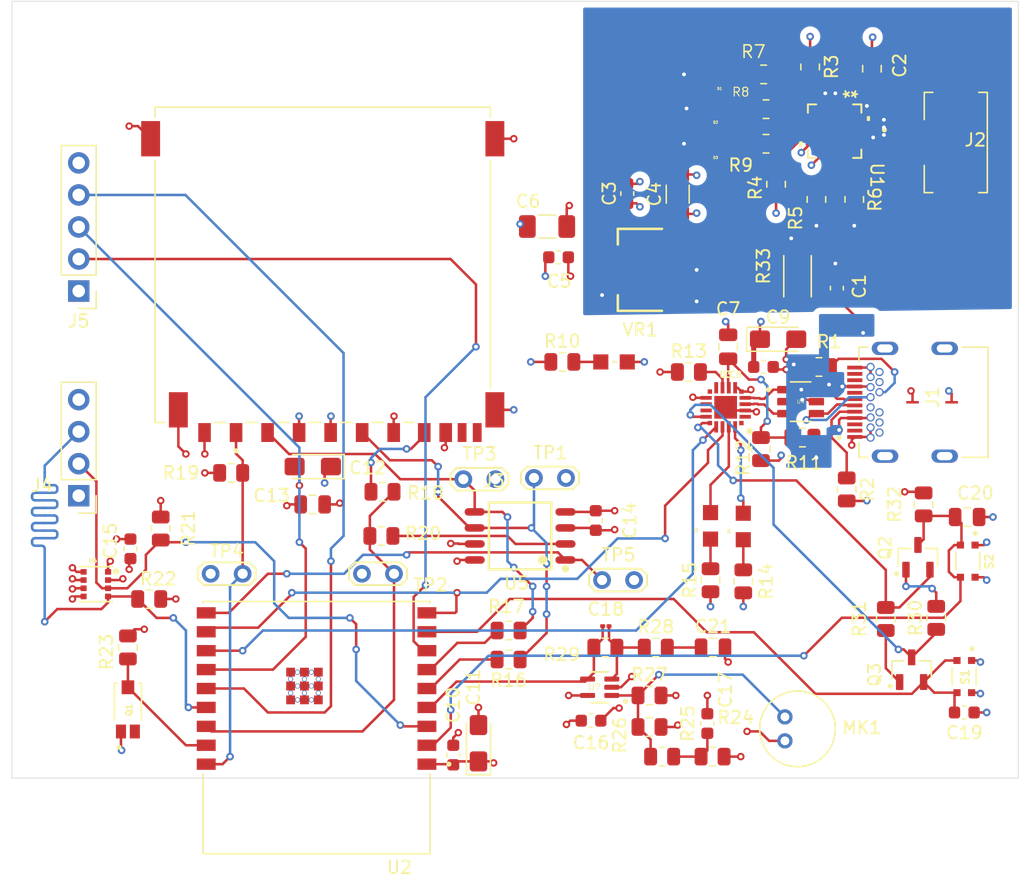
<source format=kicad_pcb>
(kicad_pcb (version 20241229) (generator "pcbnew") (generator_version "9.0")
  (layers (0 "F.Cu" signal) (4 "In1.Cu" power) (6 "In2.Cu" power) (2 "B.Cu" signal) (13 "F.Paste" user) (15 "B.Paste" user) (5 "F.SilkS" user "F.Silkscreen") (7 "B.SilkS" user "B.Silkscreen") (1 "F.Mask" user) (3 "B.Mask" user) (25 "Edge.Cuts" user))
  (net 0 "")
  (net 1 "GND")
  (net 2 "/VBUS")
  (net 3 "Net-(U1-VPCC)")
  (net 4 "+5V")
  (net 5 "+3.3V")
  (net 6 "Net-(U3-VBUS)")
  (net 7 "Net-(C17-Pad2)")
  (net 8 "/ESP32-C3-02/MIC_OUT")
  (net 9 "/ESP32-C3-02/BOOT")
  (net 10 "/ESP32-C3-02/EN")
  (net 11 "/+5V_USB")
  (net 12 "Net-(D1-Pad-)")
  (net 13 "Net-(D2-Pad-)")
  (net 14 "Net-(D3-Pad-)")
  (net 15 "/PWR_LED")
  (net 16 "Net-(U3-GPIO2{slash}TXT)")
  (net 17 "Net-(D5-Pad-)")
  (net 18 "Net-(D6-Pad-)")
  (net 19 "Net-(U3-GPIO3{slash}RXT)")
  (net 23 "/USB_DP")
  (net 25 "Net-(J1-CC2)")
  (net 26 "/USB_DN")
  (net 32 "Net-(J1-CC1)")
  (net 34 "/VBAT")
  (net 35 "/ESP32-C3-02/SCL_K")
  (net 37 "Net-(J3-DAT0)")
  (net 38 "/ESP32-C3-02/MOSI_DI")
  (net 39 "/ESP32-C3-02/CS_SD")
  (net 41 "/ESP32-C3-02/SCL")
  (net 42 "/ESP32-C3-02/SDA")
  (net 43 "/ESP32-C3-02/GPI018")
  (net 44 "/ESP32-C3-02/GPI08")
  (net 45 "/ESP32-C3-02/GPI019")
  (net 46 "Net-(U7-IN+)")
  (net 47 "/ESP32-C3-02/PHOTO_C")
  (net 48 "/ESP32-C3-02/RTS")
  (net 49 "Net-(Q2-Pad1)")
  (net 50 "/ESP32-C3-02/DTR")
  (net 51 "Net-(Q3-Pad1)")
  (net 52 "Net-(U1-THERM)")
  (net 53 "Net-(U1-*TE)")
  (net 54 "Net-(U1-PROG3)")
  (net 55 "Net-(U1-PROG1)")
  (net 56 "Net-(U1-*PG)")
  (net 57 "Net-(U1-STAT2)")
  (net 58 "Net-(U1-STAT1{slash}*LBO)")
  (net 59 "Net-(U3-RSTB)")
  (net 60 "Net-(U2-IO6)")
  (net 61 "Net-(U2-IO7)")
  (net 62 "/ESP32-C3-02/MISO_DO")
  (net 63 "Net-(U5-DO(IO1))")
  (net 64 "Net-(U7-IN-)")
  (net 65 "/ESP32-C3-02/CS")
  (net 70 "/ESP32-C3-02/RX_TX")
  (net 71 "/ESP32-C3-02/TX_RX")
  (net 72 "/ESP32-C3-02/USB_D-")
  (net 78 "/ESP32-C3-02/USB_D+")
  (net 79 "Net-(C21-Pad1)")
  (footprint "Capacitor_SMD:C_0805_2012Metric" (layer "F.Cu") (at 229.95 74.5)
    (property "Reference" "C20")
    (property "Value" "1u")
  )
  (footprint "Capacitor_SMD:C_0805_2012Metric" (layer "F.Cu") (at 222.4 38.95 90)
    (property "Reference" "C2")
    (property "Value" "1u")
  )
  (footprint "CMC-5042PF-AC:CUI_CMC-5042PF-AC" (layer "F.Cu") (at 216.5 91.3 180)
    (property "Reference" "MK1")
    (property "Value" "CMC-5042PF-AC")
  )
  (footprint "Capacitor_SMD:C_0805_2012Metric" (layer "F.Cu") (at 209.8 84.85)
    (property "Reference" "C21")
    (property "Value" "1u")
  )
  (footprint "Resistor_SMD:R_0805_2012Metric" (layer "F.Cu") (at 204.7625 91.15 180)
    (property "Reference" "R26")
    (property "Value" "1M")
  )
  (footprint "Resistor_SMD:R_0805_2012Metric" (layer "F.Cu") (at 193.5875 83.5 180)
    (property "Reference" "R17")
    (property "Value" "50")
  )
  (footprint "Resistor_SMD:R_0805_2012Metric" (layer "F.Cu") (at 193.5875 85.8 180)
    (property "Reference" "R16")
    (property "Value" "50")
  )
  (footprint "Resistor_SMD:R_0805_2012Metric" (layer "F.Cu") (at 214 44.9 180)
    (property "Reference" "R9")
    (property "Value" "470")
  )
  (footprint "Resistor_SMD:R_0805_2012Metric" (layer "F.Cu") (at 213.812499 39.4 180)
    (property "Reference" "R7")
    (property "Value" "470")
  )
  (footprint "Resistor_SMD:R_0805_2012Metric" (layer "F.Cu") (at 209.6 79.5125 90)
    (property "Reference" "R15")
    (property "Value" "470")
  )
  (footprint "0ZCA0075FF2G:RESC3216X125N" (layer "F.Cu") (at 216.5 55.405 90)
    (property "Reference" "R33")
    (property "Value" "0ZCA0075FF2G")
  )
  (footprint "Resistor_SMD:R_0805_2012Metric" (layer "F.Cu") (at 209.7625 93.5 180)
    (property "Reference" "R24")
    (property "Value" "2k")
  )
  (footprint "Capacitor_Tantalum_SMD:CP_EIA-3216-18_Kemet-A_HandSolder" (layer "F.Cu") (at 178.06 70.5 180)
    (property "Reference" "C12")
    (property "Value" "0.1u")
  )
  (footprint "USLPT2819DT2TR:SW_USLPT2819DT2TR" (layer "F.Cu") (at 229.725 87.1525 -90)
    (property "Reference" "S1")
    (property "Value" "USLPT2819DT2TR")
  )
  (footprint "Capacitor_SMD:C_1206_3216Metric_Pad1.33x1.80mm_HandSolder" (layer "F.Cu") (at 207 48.9 90)
    (property "Reference" "C4")
    (property "Value" "10u")
  )
  (footprint "Resistor_SMD:R_0805_2012Metric" (layer "F.Cu") (at 207.8875 63)
    (property "Reference" "R13")
    (property "Value" "1k")
  )
  (footprint "Capacitor_SMD:C_01005_0402Metric" (layer "F.Cu") (at 201.3 83.15 180)
    (property "Reference" "C18")
    (property "Value" "0.1n")
  )
  (footprint "BC817:SOT95P230X110-3N" (layer "F.Cu") (at 225.55 86.6075 90)
    (property "Reference" "Q3")
    (property "Value" "BC817")
  )
  (footprint "BC817:SOT95P230X110-3N" (layer "F.Cu") (at 226.05 77.695 90)
    (property "Reference" "Q2")
    (property "Value" "BC817")
  )
  (footprint "MAX4466EXK:SOT65P210X110-5N" (layer "F.Cu") (at 200.81 88 180)
    (property "Reference" "U7")
    (property "Value" "MAX4466EXK")
  )
  (footprint "TestPoint:TestPoint_2Pads_Pitch2.54mm_Drill0.8mm" (layer "F.Cu") (at 172.5 79 180)
    (property "Reference" "TP4")
    (property "Value" "TestPoint")
  )
  (footprint "LTST-C170KRKT:DIOC200X125X110" (layer "F.Cu") (at 201.95 62.2)
    (property "Reference" "D4")
    (property "Value" "LTST-C170KRKT")
  )
  (footprint "CP2102N-A02-GQFN20:WFQFN-20" (layer "F.Cu") (at 210.8 65.8 180)
    (property "Reference" "U3")
    (property "Value" "CP2102N-A02-GQFN20")
  )
  (footprint "Resistor_SMD:R_0805_2012Metric" (layer "F.Cu") (at 217.5 38.8125 90)
    (property "Reference" "R3")
    (property "Value" "10k")
  )
  (footprint "LM1117MPX-3.3:VREG_LM1117MPX-3.3" (layer "F.Cu") (at 204 54.9 180)
    (property "Reference" "VR1")
    (property "Value" "LM1117MPX-3.3")
  )
  (footprint "Resistor_SMD:R_0805_2012Metric" (layer "F.Cu") (at 212.2 79.6 90)
    (property "Reference" "R14")
    (property "Value" "470")
  )
  (footprint "Resistor_SMD:R_0805_2012Metric" (layer "F.Cu") (at 223.5 82.5875 -90)
    (property "Reference" "R31")
    (property "Value" "10k")
  )
  (footprint "TestPoint:TestPoint_2Pads_Pitch2.54mm_Drill0.8mm" (layer "F.Cu") (at 184.5 79 180)
    (property "Reference" "TP2")
    (property "Value" "TestPoint")
  )
  (footprint "TestPoint:TestPoint_2Pads_Pitch2.54mm_Drill0.8mm" (layer "F.Cu") (at 190 71.5)
    (property "Reference" "TP3")
    (property "Value" "TestPoint")
  )
  (footprint "Connector_PinHeader_2.54mm:PinHeader_1x04_P2.54mm_Vertical" (layer "F.Cu") (at 159.5 72.81 180)
    (property "Reference" "J4")
    (property "Value" "Conn_01x04_Pin")
  )
  (footprint "TestPoint:TestPoint_2Pads_Pitch2.54mm_Drill0.8mm" (layer "F.Cu") (at 195.6 71.4)
    (property "Reference" "TP1")
    (property "Value" "TestPoint")
  )
  (footprint "Capacitor_SMD:C_0603_1608Metric" (layer "F.Cu") (at 197.55 53.9 180)
    (property "Reference" "C5")
    (property "Value" "0.1u")
  )
  (footprint "W25Q32JVSSIQ:SOIC127P790X216-8N" (layer "F.Cu") (at 194.5 76 180)
    (property "Reference" "U5")
    (property "Value" "W25Q32JVSSIQ")
  )
  (footprint "Resistor_SMD:R_0805_2012Metric" (layer "F.Cu") (at 166 75.4125 -90)
    (property "Reference" "R21")
    (property "Value" "4k7")
  )
  (footprint "Resistor_SMD:R_0805_2012Metric" (layer "F.Cu") (at 213.6 69.1125 -90)
    (property "Reference" "R12")
    (property "Value" "47k5")
  )
  (footprint "Resistor_SMD:R_0805_2012Metric" (layer "F.Cu") (at 205.2625 84.85)
    (property "Reference" "R28")
    (property "Value" "10k")
  )
  (footprint "Resistor_SMD:R_0805_2012Metric" (layer "F.Cu") (at 183.5 76 180)
    (property "Reference" "R20")
    (property "Value" "50")
  )
  (footprint "Capacitor_Tantalum_SMD:CP_EIA-3216-18_Kemet-A_HandSolder" (layer "F.Cu") (at 214.96 60.4)
    (property "Reference" "C9")
    (property "Value" "4.7u")
  )
  (footprint "TEMT6000X01:TRANS_TEMT6000X01" (layer "F.Cu") (at 163.4 89.755 90)
    (property "Reference" "Q1")
    (property "Value" "TEMT6000X01")
  )
  (footprint "Capacitor_SMD:C_0805_2012Metric" (layer "F.Cu") (at 178.05 73.5 180)
    (property "Reference" "C13")
    (property "Value" "10u")
  )
  (footprint "Capacitor_SMD:C_0805_2012Metric" (layer "F.Cu") (at 211 61 90)
    (property "Reference" "C7")
    (property "Value" "1u")
  )
  (footprint "Resistor_SMD:R_0805_2012Metric" (layer "F.Cu") (at 214 42.1569 180)
    (property "Reference" "R8")
    (property "Value" "470")
  )
  (footprint "ESP32-C3-WROOM-02-H4:MODULE_ESP32-C3-WROOM-02-H4" (layer "F.Cu") (at 178.36 91.2 180)
    (property "Reference" "U2")
    (property "Value" "ESP32-C3-WROOM-02-H4")
  )
  (footprint "Capacitor_SMD:C_0603_1608Metric" (layer "F.Cu") (at 189.2 93.375 90)
    (property "Reference" "C10")
    (property "Value" "0.1u")
  )
  (footprint "LTST-C170KGKT:DIOC200X125X110" (layer "F.Cu") (at 209.95 44.899999 180)
    (property "Reference" "D3")
    (property "Value" "LTST-C170KGKT")
  )
  (footprint "Resistor_SMD:R_0805_2012Metric" (layer "F.Cu") (at 218.2 62.6 180)
    (property "Reference" "R1")
    (property "Value" "5k1")
  )
  (footprint "Resistor_SMD:R_0805_2012Metric" (layer "F.Cu") (at 183.5875 72.5 180)
    (property "Reference" "R18")
    (property "Value" "50" (hide yes))
  )
  (footprint "LTST-C170KRKT:DIOC200X125X110" (layer "F.Cu") (at 209.95 39.399999 180)
    (property "Reference" "D1")
    (property "Value" "LTST-C170KRKT")
  )
  (footprint "Connector_PinHeader_2.54mm:PinHeader_1x05_P2.54mm_Vertical" (layer "F.Cu") (at 159.5 56.58 180)
    (property "Reference" "J5")
    (property "Value" "Conn_01x05_Pin")
  )
  (footprint "Capacitor_SMD:C_0603_1608Metric" (layer "F.Cu") (at 229.725 90)
    (property "Reference" "C19")
    (property "Value" "0.1u")
  )
  (footprint "TestPoint:TestPoint_2Pads_Pitch2.54mm_Drill0.8mm" (layer "F.Cu") (at 201 79.5)
    (property "Reference" "TP5")
    (property "Value" "TestPoint")
  )
  (footprint "Resistor_SMD:R_0805_2012Metric" (layer "F.Cu") (at 205.7625 93.5 180)
    (property "Reference" "R25")
    (property "Value" "2k")
  )
  (footprint "Resistor_SMD:R_0805_2012Metric" (layer "F.Cu") (at 163.4 84.8425 -90)
    (property "Reference" "R23")
    (property "Value" "10k")
  )
  (footprint "Capacitor_SMD:C_0603_1608Metric" (layer "F.Cu") (at 203 48.85 90)
    (property "Reference" "C3")
    (property "Value" "0.1u")
  )
  (footprint "Resistor_SMD:R_0805_2012Metric" (layer "F.Cu") (at 220.4 72.3125 -90)
    (property "Reference" "R2")
    (property "Value" "5k1")
  )
  (footprint "Resistor_SMD:R_0805_2012Metric" (layer "F.Cu") (at 218 49.3125 90)
    (property "Reference" "R5")
    (property "Value" "20k")
  )
  (footprint "LTST-C170KGKT:DIOC200X125X110" (layer "F.Cu") (at 209.6 75.2 90)
    (property "Reference" "D6")
    (property "Value" "LTST-C170KGKT")
  )
  (footprint "Resistor_SMD:R_0805_2012Metric" (layer "F.Cu") (at 201.2625 84.85 180)
    (property "Reference" "R29")
    (property "Value" "100k")
  )
  (footprint "GSD090012SEU:AMPHENOL_GSD090012SEU" (layer "F.Cu") (at 178.85 54.5 180)
    (property "Reference" "J3")
    (property "Value" "GSD090012SEU")
  )
  (footprint "SS-52400-003:BELFUSE_SS-52400-003" (layer "F.Cu") (at 228.17 65.4 90)
    (property "Reference" "J1")
    (property "Value" "SS-52400-003")
  )
  (footprint "LTST-C170TBKT:DIOC200X125X110" (layer "F.Cu") (at 209.95 42.1 180)
    (property "Reference" "D2")
    (property "Value" "LTST-C170TBKT")
  )
  (footprint "MCP73871_4CCI_ML:QFN20_4x4MC_MCH" (layer "F.Cu") (at 219.4431 43.9 -90)
    (property "Reference" "U1")
    (property "Value" "MCP73871-4CCI/ML")
  )
  (footprint "USBLC6-2SC6:SOT95P280X145-6N" (layer "F.Cu") (at 216.745 65.35)
    (property "Reference" "U4")
    (property "Value" "USBLC6-2SC6")
  )
  (footprint "Capacitor_Tantalum_SMD:CP_EIA-3216-18_Kemet-A_HandSolder" (layer "F.Cu") (at 191.2 92.44 90)
    (property "Reference" "C11")
    (property "Value" "10u")
  )
  (footprint "Capacitor_SMD:C_0603_1608Metric" (layer "F.Cu") (at 209.35 90.875 -90)
    (property "Reference" "C17")
    (property "Value" "0.1u")
  )
  (footprint "Capacitor_SMD:C_0603_1608Metric" (layer "F.Cu") (at 200.5 74.775 90)
    (property "Reference" "C14")
    (property "Value" "0.1u")
  )
  (footprint "Capacitor_SMD:C_0603_1608Metric" (layer "F.Cu") (at 163.6 77.025 90)
    (property "Reference" "C15")
    (property "Value" "0.1u")
  )
  (footprint "Resistor_SMD:R_0805_2012Metric" (layer "F.Cu") (at 216.8875 68.2 180)
    (property "Reference" "R11")
    (property "Value" "22k1")
  )
  (footprint "Resistor_SMD:R_0805_2012Metric" (layer "F.Cu") (at 226.5 73.5 -90)
    (property "Reference" "R32")
    (property "Value" "10k")
  )
  (footprint "Resistor_SMD:R_0805_2012Metric" (layer "F.Cu") (at 165.0875 81 180)
    (property "Reference" "R22")
    (property "Value" "4k7")
  )
  (footprint "Resistor_SMD:R_0805_2012Metric" (layer "F.Cu") (at 221 49.3125 -90)
    (property "Reference" "R6")
    (property "Value" "2k")
  )
  (footprint "Capacitor_SMD:C_0603_1608Metric" (layer "F.Cu") (at 200.125 90.65)
    (property "Reference" "C16")
    (property "Value" "0.1u")
  )
  (footprint "Resistor_SMD:R_0805_2012Metric" (layer "F.Cu") (at 197.85 62.2)
    (property "Reference" "R10")
    (property "Value" "470")
  )
  (footprint "USLPT2819DT2TR:SW_USLPT2819DT2TR" (layer "F.Cu") (at 230 78 -90)
    (property "Reference" "S2")
    (property "Value" "USLPT2819DT2TR")
  )
  (footprint "Capacitor_SMD:C_0603_1608Metric" (layer "F.Cu") (at 219.62 56.35 90)
    (property "Reference" "C1")
    (property "Value" "0.1u")
  )
  (footprint "Resistor_SMD:R_0805_2012Metric" (layer "F.Cu") (at 227.5 82.5 90)
    (property "Reference" "R30")
    (property "Value" "10k")
  )
  (footprint "LTST-C170KRKT:DIOC200X125X110" (layer "F.Cu") (at 212.2 75.25 90)
    (property "Reference" "D5")
    (property "Value" "LTST-C170KRKT")
  )
  (footprint "BME280:PSON65P250X250X100-8N" (layer "F.Cu") (at 160.855 79.825)
    (property "Reference" "U6")
    (property "Value" "BME280")
  )
  (footprint "Resistor_SMD:R_0805_2012Metric" (layer "F.Cu") (at 171.5875 71)
    (property "Reference" "R19")
    (property "Value" "1k")
  )
  (footprint "Capacitor_SMD:C_0603_1608Metric" (layer "F.Cu") (at 213.8 62.6)
    (property "Reference" "C8")
    (property "Value" "0.1u")
  )
  (footprint "Resistor_SMD:R_0805_2012Metric" (layer "F.Cu") (at 204.7625 88.65)
    (property "Reference" "R27")
    (property "Value" "1M")
  )
  (footprint "Capacitor_SMD:C_1206_3216Metric_Pad1.33x1.80mm_HandSolder" (layer "F.Cu") (at 196.6375 51.4625 180)
    (property "Reference" "C6")
    (property "Value" "10u")
  )
  (footprint "Resistor_SMD:R_0805_2012Metric" (layer "F.Cu") (at 214.8 48.1125 90)
    (property "Reference" "R4")
    (property "Value" "10k")
  )
  (footprint "B2B-PH-SM4-TB:JST_B2B-PH-SM4-TB" (layer "F.Cu") (at 229.05 44.8 -90)
    (property "Reference" "J2")
    (property "Value" "B2B-PH-SM4-TB")
  )
  (gr_line (start 234 33.6) (end 234 95.2) (stroke (width 0.05)) (layer "Edge.Cuts"))
  (gr_line (start 154.2 33.6) (end 234 33.6) (stroke (width 0.05)) (layer "Edge.Cuts"))
  (gr_line (start 234 95.2) (end 154.2 95.2) (stroke (width 0.05)) (layer "Edge.Cuts"))
  (gr_line (start 154.2 95.2) (end 154.2 33.6) (stroke (width 0.05)) (layer "Edge.Cuts"))
  (segment (start 219.4431 41.9569) (end 219.4431 40.9569) (width 0.2) (layer "F.Cu") (net 1))
  (segment (start 206.9 57.2) (end 208.3 57.2) (width 0.2) (layer "F.Cu") (net 1))
  (segment (start 189.45 82) (end 189.45 80.55) (width 0.2) (layer "F.Cu") (net 1))
  (segment (start 216.2 62.4) (end 217.0875 62.4) (width 0.2) (layer "F.Cu") (net 1))
  (segment (start 189.2 92.6) (end 189.2 92) (width 0.2) (layer "F.Cu") (net 1))
  (segment (start 221 50.225) (end 221 51.4) (width 0.2) (layer "F.Cu") (net 1))
  (segment (start 169.475 69.475) (end 169.5 69.5) (width 0.2) (layer "F.Cu") (net 1))
  (segment (start 224.149999 43.8) (end 226.8 43.8) (width 0.2) (layer "F.Cu") (net 1))
  (segment (start 208.4375 47.3375) (end 208.5 47.4) (width 0.2) (layer "F.Cu") (net 1))
  (segment (start 209.25 65.05) (end 208.25 65.05) (width 0.2) (layer "F.Cu") (net 1))
  (segment (start 196.5 54.175) (end 196.775 53.9) (width 0.2) (layer "F.Cu") (net 1))
  (segment (start 176.85 87.9) (end 177.4 87.9) (width 0.2) (layer "F.Cu") (net 1))
  (segment (start 164.2 43.5) (end 165.2 44.5) (width 0.2) (layer "F.Cu") (net 1))
  (segment (start 210.75 85.75) (end 211 86) (width 0.2) (layer "F.Cu") (net 1))
  (segment (start 176.85 86.8) (end 177.4 86.8) (width 0.2) (layer "F.Cu") (net 1))
  (segment (start 222.4 36.506901) (end 222.4569 36.450001) (width 0.2) (layer "F.Cu") (net 1))
  (segment (start 223.35 43.000001) (end 224.149999 43.8) (width 0.2) (layer "F.Cu") (net 1))
  (segment (start 215.6 62) (end 215.6 61.2) (width 0.2) (layer "F.Cu") (net 1))
  (segment (start 161.825 78.175) (end 162 78) (width 0.2) (layer "F.Cu") (net 1))
  (segment (start 177 70.88) (end 176.62 70.5) (width 0.2) (layer "F.Cu") (net 1))
  (segment (start 211 60.05) (end 211 59.2) (width 0.2) (layer "F.Cu") (net 1))
  (segment (start 163.6 76.25) (end 162.5 76.25) (width 0.2) (layer "F.Cu") (net 1))
  (segment (start 212.35 66.05) (end 211.05 66.05) (width 0.2) (layer "F.Cu") (net 1))
  (segment (start 169.475 67.8) (end 169.475 69.475) (width 0.2) (layer "F.Cu") (net 1))
  (segment (start 177.4 89) (end 176.85 89) (width 0.2) (layer "F.Cu") (net 1))
  (segment (start 223.750001 43.8) (end 226.8 43.8) (width 0.2) (layer "F.Cu") (net 1))
  (segment (start 222.29 68.2) (end 222.29 67.4) (width 0.2) (layer "F.Cu") (net 1))
  (segment (start 213.101 66.159195) (end 213.101 66.099) (width 0.2) (layer "F.Cu") (net 1))
  (segment (start 213.238192 66.159195) (end 213.101 66.159195) (width 0.2) (layer "F.Cu") (net 1))
  (segment (start 219.62 55.575) (end 219.62 54.52) (width 0.2) (layer "F.Cu") (net 1))
  (segment (start 177 72) (end 177 70.88) (width 0.2) (layer "F.Cu") (net 1))
  (segment (start 177.95 87.9) (end 177.4 87.9) (width 0.2) (layer "F.Cu") (net 1))
  (segment (start 198.1 74.095) (end 200.405 74.095) (width 0.2) (layer "F.Cu") (net 1))
  (segment (start 212.5 91.5) (end 213.5 91.5) (width 0.2) (layer "F.Cu") (net 1))
  (segment (start 215.2 69.85) (end 215.025 70.025) (width 0.2) (layer "F.Cu") (net 1))
  (segment (start 191.2 89.6) (end 191.2 91) (width 0.2) (layer "F.Cu") (net 1))
  (segment (start 213.101 66.099) (end 212.399 66.099) (width 0.2) (layer "F.Cu") (net 1))
  (segment (start 223.35 43.600001) (end 223.549999 43.8) (width 0.2) (layer "F.Cu") (net 1))
  (segment (start 176.85 89) (end 176.3 89) (width 0.2) (layer "F.Cu") (net 1))
  (segment (start 220.8 68.39) (end 221.04 68.15) (width 0.2) (layer "F.Cu") (net 1))
  (segment (start 188.6 68.9) (end 188.5 69) (width 0.2) (layer "F.Cu") (net 1))
  (segment (start 211 59.2) (end 210.8 59) (width 0.2) (layer "F.Cu") (net 1))
  (segment (start 177.1 73.5) (end 176.1 73.5) (width 0.2) (layer "F.Cu") (net 1))
  (segment (start 228.72 64.72) (end 228.5 64.5) (width 0.2) (layer "F.Cu") (net 1))
  (segment (start 163.6 76.25) (end 163.6 76.425) (width 0.2) (layer "F.Cu") (net 1))
  (segment (start 231.275 76.725) (end 231.5 76.5) (width 0.2) (layer "F.Cu") (net 1))
  (segment (start 214.775 62.8) (end 214.575 62.6) (width 0.2) (layer "F.Cu") (net 1))
  (segment (start 208.3 57.2) (end 208.5 57.4) (width 0.2) (layer "F.Cu") (net 1))
  (segment (start 209.35 88.65) (end 209.35 90.1) (width 0.2) (layer "F.Cu") (net 1))
  (segment (start 220.8 68.8) (end 220.8 68.39) (width 0.2) (layer "F.Cu") (net 1))
  (segment (start 178.5 87.9) (end 178.5 88.45) (width 0.2) (layer "F.Cu") (net 1))
  (segment (start 230.5 90) (end 231.5 90) (width 0.2) (layer "F.Cu") (net 1))
  (segment (start 189.2 92) (end 189.6 91.6) (width 0.2) (layer "F.Cu") (net 1))
  (segment (start 220.4 73.225) (end 221.975 73.225) (width 0.2) (layer "F.Cu") (net 1))
  (segment (start 167.4 68.9) (end 168 69.5) (width 0.2) (layer "F.Cu") (net 1))
  (segment (start 159.100006 79.5) (end 159 79.399994) (width 0.2) (layer "F.Cu") (net 1))
  (segment (start 189.35 82.1) (end 189.45 82) (width 0.2) (layer "F.Cu") (net 1))
  (segment (start 231.275 79.275) (end 231.5 79.5) (width 0.2) (layer "F.Cu") (net 1))
  (segment (start 184.475 66.525) (end 184.5 66.5) (width 0.2) (layer "F.Cu") (net 1))
  (segment (start 219.62 54.52) (end 219.5 54.4) (width 0.2) (layer "F.Cu") (net 1))
  (segment (start 176.3 87.9) (end 176.85 87.9) (width 0.2) (layer "F.Cu") (net 1))
  (segment (start 200.405 74.095) (end 200.5 74) (width 0.2) (layer "F.Cu") (net 1))
  (segment (start 177.95 86.8) (end 178.5 86.8) (width 0.2) (layer "F.Cu") (net 1))
  (segment (start 222.24 68.15) (end 222.29 68.2) (width 0.2) (layer "F.Cu") (net 1))
  (segment (start 201.9 89.65) (end 200.9 90.65) (width 0.2) (layer "F.Cu") (net 1))
  (segment (start 211.05 66.05) (end 210.8 65.8) (width 0.2) (layer "F.Cu") (net 1))
  (segment (start 215.6 62.8) (end 214.775 62.8) (width 0.2) (layer "F.Cu") (net 1))
  (segment (start 177.4 86.8) (end 177.95 86.8) (width 0.2) (layer "F.Cu") (net 1))
  (segment (start 215.2 69.6) (end 215.2 69.85) (width 0.2) (layer "F.Cu") (net 1))
  (segment (start 215.49 65.35) (end 215.85 65.35) (width 0.2) (layer "F.Cu") (net 1))
  (segment (start 215.85 65.35) (end 216.8 64.4) (width 0.2) (layer "F.Cu") (net 1))
  (segment (start 203 62.2) (end 204.35 62.2) (width 0.2) (layer "F.Cu") (net 1))
  (segment (start 203.825 48.075) (end 204 47.9) (width 0.2) (layer "F.Cu") (net 1))
  (segment (start 225.62 64.62) (end 225.5 64.5) (width 0.2) (layer "F.Cu") (net 1))
  (segment (start 217.5 37.9) (end 217.5 36.4) (width 0.2) (layer "F.Cu") (net 1))
  (segment (start 230.9275 88.4275) (end 231 88.5) (width 0.2) (layer "F.Cu") (net 1))
  (segment (start 200.5 74) (end 202 74) (width 0.2) (layer "F.Cu") (net 1))
  (segment (start 188.6 67.8) (end 188.6 68.9) (width 0.2) (layer "F.Cu") (net 1))
  (segment (start 205.675 88.65) (end 206.85 88.65) (width 0.2) (layer "F.Cu") (net 1))
  (segment (start 167.4 66) (end 167.4 68.9) (width 0.2) (layer "F.Cu") (net 1))
  (segment (start 218 50.225) (end 218 51.4) (width 0.2) (layer "F.Cu") (net 1))
  (segment (start 208.25 65.05) (end 208.2 65) (width 0.2) (layer "F.Cu") (net 1))
  (segment (start 230.9 74.5) (end 232 74.5) (width 0.2) (layer "F.Cu") (net 1))
  (segment (start 196.5 55.4) (end 196.5 54.175) (width 0.2) (layer "F.Cu") (net 1))
  (segment (start 161.825 78.85) (end 161.825 78.175) (width 0.2) (layer "F.Cu") (net 1))
  (segment (start 218.443099 45.8431) (end 218.3569 45.8431) (width 0.2) (layer "F.Cu") (net 1))
  (segment (start 217.0875 62.4) (end 217.2875 62.6) (width 0.2) (layer "F.Cu") (net 1))
  (segment (start 222.29 63.4) (end 222.29 62.6) (width 0.2) (layer "F.Cu") (net 1))
  (segment (start 219.4431 40.9569) (end 219.5 40.9) (width 0.2) (layer "F.Cu") (net 1))
  (segment (start 218.3569 45.8431) (end 217.6 46.6) (width 0.2) (layer "F.Cu") (net 1))
  (segment (start 178.5 89) (end 177.95 89) (width 0.2) (layer "F.Cu") (net 1))
  (segment (start 230.58 79.275) (end 231.275 79.275) (width 0.2) (layer "F.Cu") (net 1))
  (segment (start 215.6 61.2) (end 216.4 60.4) (width 0.2) (layer "F.Cu") (net 1))
  (segment (start 203 48.075) (end 203.825 48.075) (width 0.2) (layer "F.Cu") (net 1))
  (segment (start 223.35 44.200001) (end 223.750001 43.8) (width 0.2) (layer "F.Cu") (net 1))
  (segment (start 228.72 65.4) (end 228.72 64.72) (width 0.2) (layer "F.Cu") (net 1))
  (segment (start 230.58 76.725) (end 231.275 76.725) (width 0.2) (layer "F.Cu") (net 1))
  (segment (start 189.45 80.55) (end 189.5 80.5) (width 0.2) (layer "F.Cu") (net 1))
  (segment (start 202.35 89.65) (end 201.9 89.65) (width 0.2) (layer "F.Cu") (net 1))
  (segment (start 210.75 84.85) (end 210.75 85.75) (width 0.2) (layer "F.Cu") (net 1))
  (segment (start 225.62 65.4) (end 225.62 64.62) (width 0.2) (layer "F.Cu") (net 1))
  (segment (start 201.77 88) (end 202.5 88) (width 0.2) (layer "F.Cu") (net 1))
  (segment (start 221.04 62.65) (end 222.24 62.65) (width 0.2) (layer "F.Cu") (net 1))
  (segment (start 215.025 70.025) (end 213.6 70.025) (width 0.2) (layer "F.Cu") (net 1))
  (segment (start 159.885 79.5) (end 159.100006 79.5) (width 0.2) (layer "F.Cu") (net 1))
  (segment (start 162.85 92.95) (end 162.9 93) (width 0.2) (layer "F.Cu") (net 1))
  (segment (start 177.95 87.9) (end 178.5 87.9) (width 0.2) (layer "F.Cu") (net 1))
  (segment (start 159.885 80.8) (end 159.2 80.8) (width 0.2) (layer "F.Cu") (net 1))
  (segment (start 192.5 44.5) (end 194 44.5) (width 0.2) (layer "F.Cu") (net 1))
  (segment (start 192.5 66) (end 194 66) (width 0.2) (layer "F.Cu") (net 1))
  (segment (start 178.5 89) (end 178.5 88.45) (width 0.2) (layer "F.Cu") (net 1))
  (segment (start 221.975 73.225) (end 222 73.2) (width 0.2) (layer "F.Cu") (net 1))
  (segment (start 213.5 91.5) (end 214.25 92.25) (width 0.2) (layer "F.Cu") (net 1))
  (segment (start 176.975 66.5) (end 176.975 67.8) (width 0.2) (layer "F.Cu") (net 1))
  (segment (start 222.4 38) (end 222.4 36.506901) (width 0.2) (layer "F.Cu") (net 1))
  (segment (start 212.399 66.099) (end 212.35 66.05) (width 0.2) (layer "F.Cu") (net 1))
  (segment (start 214.8 50.4) (end 214.8 49.025) (width 0.2) (layer "F.Cu") (net 1))
  (segment (start 163.5 43.5) (end 164.2 43.5) (width 0.2) (layer "F.Cu") (net 1))
  (segment (start 230.305 85.8775) (end 230.8775 85.8775) (width 0.2) (layer "F.Cu") (net 1))
  (segment (start 176.1 73.5) (end 176 73.6) (width 0.2) (layer "F.Cu") (net 1))
  (segment (start 221.04 68.15) (end 222.24 68.15) (width 0.2) (layer "F.Cu") (net 1))
  (segment (start 216.8 45.6) (end 217.5 44.900001) (width 0.2) (layer "F.Cu") (net 1))
  (segment (start 176.3 87.9) (end 176.3 87.35) (width 0.2) (layer "F.Cu") (net 1))
  (segment (start 187.11 82.1) (end 189.35 82.1) (width 0.2) (layer "F.Cu") (net 1))
  (segment (start 176.3 86.8) (end 176.85 86.8) (width 0.2) (layer "F.Cu") (net 1))
  (segment (start 230.305 88.4275) (end 230.9275 88.4275) (width 0.2) (layer "F.Cu") (net 1))
  (segment (start 207 47.3375) (end 208.4375 47.3375) (width 0.2) (layer "F.Cu") (net 1))
  (segment (start 162.85 91.51) (end 162.85 92.95) (width 0.2) (layer "F.Cu") (net 1))
  (segment (start 176.3 87.35) (end 176.3 86.8) (width 0.2) (layer "F.Cu") (net 1))
  (segment (start 202.5 88) (end 203.35 87.15) (width 0.2) (layer "F.Cu") (net 1))
  (segment (start 230.8775 85.8775) (end 231 86) (width 0.2) (layer "F.Cu") (net 1))
  (segment (start 223.549999 43.8) (end 226.8 43.8) (width 0.2) (layer "F.Cu") (net 1))
  (segment (start 222.24 62.65) (end 222.29 62.6) (width 0.2) (layer "F.Cu") (net 1))
  (segment (start 177.4 89) (end 177.95 89) (width 0.2) (layer "F.Cu") (net 1))
  (segment (start 184.475 67.8) (end 184.475 66.525) (width 0.2) (layer "F.Cu") (net 1))
  (segment (start 214.25 92.25) (end 215.5 92.25) (width 0.2) (layer "F.Cu") (net 1))
  (segment (start 159.2 80.8) (end 159 81) (width 0.2) (layer "F.Cu") (net 1))
  (via micro (at 189.6 91.6) (size 0.6) (drill 0.3) (layers "F.Cu" "In1.Cu") (net 1))
  (via (at 196.5 55.4) (size 0.6) (drill 0.3) (layers "F.Cu" "B.Cu") (net 1))
  (via (at 215.2 69.6) (size 0.6) (drill 0.3) (layers "F.Cu" "B.Cu") (net 1))
  (via micro (at 216.2 62.4) (size 0.6) (drill 0.3) (layers "F.Cu" "In1.Cu") (net 1))
  (via micro (at 213.238192 66.159195) (size 0.6) (drill 0.3) (layers "F.Cu" "In1.Cu") (net 1))
  (via (at 204 47.9) (size 0.6) (drill 0.3) (layers "F.Cu" "B.Cu") (net 1))
  (via (at 231 88.5) (size 0.6) (drill 0.3) (layers "F.Cu" "B.Cu") (net 1))
  (via micro (at 177 72) (size 0.6) (drill 0.3) (layers "F.Cu" "In1.Cu") (net 1))
  (via micro (at 206.85 88.65) (size 0.6) (drill 0.3) (layers "F.Cu" "In1.Cu") (net 1))
  (via (at 208.5 47.4) (size 0.6) (drill 0.3) (layers "F.Cu" "B.Cu") (net 1))
  (via micro (at 219.5 54.4) (size 0.6) (drill 0.3) (layers "F.Cu" "In1.Cu") (net 1))
  (via micro (at 169.5 69.5) (size 0.6) (drill 0.3) (layers "F.Cu" "In1.Cu") (net 1))
  (via micro (at 215.6 62) (size 0.6) (drill 0.3) (layers "F.Cu" "In1.Cu") (net 1))
  (via micro (at 216.8 64.4) (size 0.6) (drill 0.3) (layers "F.Cu" "In1.Cu") (net 1))
  (via micro (at 202.35 89.65) (size 0.6) (drill 0.3) (layers "F.Cu" "In1.Cu") (net 1))
  (via (at 231.5 76.5) (size 0.6) (drill 0.3) (layers "F.Cu" "B.Cu") (net 1))
  (via micro (at 209.35 88.65) (size 0.6) (drill 0.3) (layers "F.Cu" "In1.Cu") (net 1))
  (via (at 217.6 46.6) (size 0.6) (drill 0.3) (layers "F.Cu" "B.Cu") (net 1))
  (via micro (at 188.5 69) (size 0.6) (drill 0.3) (layers "F.Cu" "In1.Cu") (net 1))
  (via (at 162.9 93) (size 0.6) (drill 0.3) (layers "F.Cu" "B.Cu") (net 1))
  (via micro (at 208.2 65) (size 0.6) (drill 0.3) (layers "F.Cu" "In1.Cu") (net 1))
  (via micro (at 223.35 43.600001) (size 0.6) (drill 0.3) (layers "F.Cu" "In1.Cu") (net 1))
  (via micro (at 215.6 62.8) (size 0.6) (drill 0.3) (layers "F.Cu" "In1.Cu") (net 1))
  (via (at 231.5 90) (size 0.6) (drill 0.3) (layers "F.Cu" "B.Cu") (net 1))
  (via micro (at 211 86) (size 0.6) (drill 0.3) (layers "F.Cu" "In1.Cu") (net 1))
  (via micro (at 176 73.6) (size 0.6) (drill 0.3) (layers "F.Cu" "In1.Cu") (net 1))
  (via micro (at 203.35 87.15) (size 0.6) (drill 0.3) (layers "F.Cu" "In1.Cu") (net 1))
  (via micro (at 159 79.399994) (size 0.6) (drill 0.3) (layers "F.Cu" "In1.Cu") (net 1))
  (via micro (at 159 81) (size 0.6) (drill 0.3) (layers "F.Cu" "In1.Cu") (net 1))
  (via micro (at 168 69.5) (size 0.6) (drill 0.3) (layers "F.Cu" "In1.Cu") (net 1))
  (via (at 194.5 51.2625) (size 0.6) (drill 0.3) (layers "F.Cu" "B.Cu") (net 1))
  (via micro (at 218 51.4) (size 0.6) (drill 0.3) (layers "F.Cu" "In1.Cu") (net 1))
  (via (at 176.975 66.5) (size 0.6) (drill 0.3) (layers "F.Cu" "B.Cu") (net 1))
  (via (at 216.8 45.6) (size 0.6) (drill 0.3) (layers "F.Cu" "B.Cu") (net 1))
  (via (at 228.5 64.5) (size 0.6) (drill 0.3) (layers "F.Cu" "B.Cu") (net 1))
  (via micro (at 162.5 76.25) (size 0.6) (drill 0.3) (layers "F.Cu" "In1.Cu") (net 1))
  (via micro (at 189.5 80.5) (size 0.6) (drill 0.3) (layers "F.Cu" "In1.Cu") (net 1))
  (via micro (at 208.5 57.4) (size 0.6) (drill 0.3) (layers "F.Cu" "In1.Cu") (net 1))
  (via (at 217.5 36.4) (size 0.6) (drill 0.3) (layers "F.Cu" "B.Cu") (net 1))
  (via micro (at 194 44.5) (size 0.6) (drill 0.3) (layers "F.Cu" "In1.Cu") (net 1))
  (via micro (at 223.35 44.200001) (size 0.6) (drill 0.3) (layers "F.Cu" "In1.Cu") (net 1))
  (via (at 231 86) (size 0.6) (drill 0.3) (layers "F.Cu" "B.Cu") (net 1))
  (via micro (at 220.8 68.8) (size 0.6) (drill 0.3) (layers "F.Cu" "In1.Cu") (net 1))
  (via micro (at 219.5 40.9) (size 0.6) (drill 0.3) (layers "F.Cu" "In1.Cu") (net 1))
  (via micro (at 191.2 89.6) (size 0.6) (drill 0.3) (layers "F.Cu" "In1.Cu") (net 1))
  (via micro (at 162 78) (size 0.6) (drill 0.3) (layers "F.Cu" "In1.Cu") (net 1))
  (via (at 222.4569 36.450001) (size 0.6) (drill 0.3) (layers "F.Cu" "B.Cu") (net 1))
  (via (at 214.8 50.4) (size 0.6) (drill 0.3) (layers "F.Cu" "B.Cu") (net 1))
  (via (at 210.8 59) (size 0.6) (drill 0.3) (layers "F.Cu" "B.Cu") (net 1))
  (via micro (at 163.5 43.5) (size 0.6) (drill 0.3) (layers "F.Cu" "In1.Cu") (net 1))
  (via (at 194 66) (size 0.6) (drill 0.3) (layers "F.Cu" "B.Cu") (net 1))
  (via micro (at 184.5 66.5) (size 0.6) (drill 0.3) (layers "F.Cu" "In1.Cu") (net 1))
  (via (at 204.35 62.2) (size 0.6) (drill 0.3) (layers "F.Cu" "B.Cu") (net 1))
  (via (at 232 74.5) (size 0.6) (drill 0.3) (layers "F.Cu" "B.Cu") (net 1))
  (via micro (at 225.5 64.5) (size 0.6) (drill 0.3) (layers "F.Cu" "In1.Cu") (net 1))
  (via micro (at 202 74) (size 0.6) (drill 0.3) (layers "F.Cu" "In1.Cu") (net 1))
  (via (at 222 73.2) (size 0.6) (drill 0.3) (layers "F.Cu" "B.Cu") (net 1))
  (via micro (at 221 51.4) (size 0.6) (drill 0.3) (layers "F.Cu" "In1.Cu") (net 1))
  (via micro (at 212.5 91.5) (size 0.6) (drill 0.3) (layers "F.Cu" "In1.Cu") (net 1))
  (via micro (at 223.35 43.000001) (size 0.6) (drill 0.3) (layers "F.Cu" "In1.Cu") (net 1))
  (via (at 231.5 79.5) (size 0.6) (drill 0.3) (layers "F.Cu" "B.Cu") (net 1))
  (segment (start 221.7 59.9) (end 221.139 59.339) (width 0.2) (layer "F.Cu") (net 2))
  (segment (start 222.24 66.65) (end 222.29 66.6) (width 0.2) (layer "F.Cu") (net 2))
  (segment (start 217.8 67.838) (end 217.8 68.2) (width 0.2) (layer "F.Cu") (net 2))
  (segment (start 221.139 58.644) (end 219.62 57.125) (width 0.2) (layer "F.Cu") (net 2))
  (segment (start 216.876381 65.196348) (end 217.338997 65.196348) (width 0.2) (layer "F.Cu") (net 2))
  (segment (start 221.139 59.339) (end 221.139 58.644) (width 0.2) (layer "F.Cu") (net 2))
  (segment (start 221.04 64.15) (end 220.05 64.15) (width 0.2) (layer "F.Cu") (net 2))
  (segment (start 216.715 57.125) (end 216.5 56.91) (width 0.2) (layer "F.Cu") (net 2))
  (segment (start 217.8 69.6) (end 218 69.8) (width 0.2) (layer "F.Cu") (net 2))
  (segment (start 217.338997 65.196348) (end 217.492649 65.35) (width 0.2) (layer "F.Cu") (net 2))
  (segment (start 217.8 68.2) (end 217.8 69.6) (width 0.2) (layer "F.Cu") (net 2))
  (segment (start 219.95 66.65) (end 221.04 66.65) (width 0.2) (layer "F.Cu") (net 2))
  (segment (start 219.8 67.6) (end 219.8 66.8) (width 0.2) (layer "F.Cu") (net 2))
  (segment (start 221.04 64.15) (end 222.24 64.15) (width 0.2) (layer "F.Cu") (net 2))
  (segment (start 221.04 66.65) (end 222.24 66.65) (width 0.2) (layer "F.Cu") (net 2))
  (segment (start 219.62 57.125) (end 216.715 57.125) (width 0.2) (layer "F.Cu") (net 2))
  (segment (start 217.492649 65.35) (end 218 65.35) (width 0.2) (layer "F.Cu") (net 2))
  (segment (start 222.24 64.15) (end 222.29 64.2) (width 0.2) (layer "F.Cu") (net 2))
  (segment (start 219.8 66.8) (end 219.95 66.65) (width 0.2) (layer "F.Cu") (net 2))
  (via micro (at 220.05 64.15) (size 0.6) (drill 0.3) (layers "F.Cu" "B.Cu") (net 2))
  (via (at 219.8 67.6) (size 0.6) (drill 0.3) (layers "F.Cu" "B.Cu") (net 2))
  (via (at 218 69.8) (size 0.6) (drill 0.3) (layers "F.Cu" "B.Cu") (net 2))
  (via (at 221.7 59.9) (size 0.6) (drill 0.3) (layers "F.Cu" "B.Cu") (net 2))
  (via micro (at 216.876381 65.196348) (size 0.6) (drill 0.3) (layers "F.Cu" "B.Cu") (net 2))
  (segment (start 221.7 59.9) (end 221.8 59.8) (width 0.2) (layer "B.Cu") (net 2))
  (segment (start 221.4154 39.9) (end 222.4 39.9) (width 0.2) (layer "F.Cu") (net 3))
  (segment (start 219.943099 41.372302) (end 220.3577 40.9577) (width 0.2) (layer "F.Cu") (net 3))
  (segment (start 220.3577 40.9577) (end 221.4154 39.9) (width 0.2) (layer "F.Cu") (net 3))
  (segment (start 219.943099 41.9569) (end 219.943099 41.372302) (width 0.2) (layer "F.Cu") (net 3))
  (segment (start 221.943099 43.400001) (end 222.9431 42.4) (width 0.2) (layer "F.Cu") (net 3))
  (segment (start 221.3862 43.400001) (end 221.943099 43.400001) (width 0.2) (layer "F.Cu") (net 3))
  (segment (start 222.9431 40.349999) (end 222.9431 42.4) (width 0.2) (layer "F.Cu") (net 3))
  (segment (start 207 50.4625) (end 208.4375 50.4625) (width 0.2) (layer "F.Cu") (net 4))
  (segment (start 203 49.625) (end 203.725 49.625) (width 0.2) (layer "F.Cu") (net 4))
  (segment (start 221.3862 42.899999) (end 221.3862 42.5138) (width 0.2) (layer "F.Cu") (net 4))
  (segment (start 206.9 52.6) (end 206.9 50.5625) (width 0.6) (layer "F.Cu") (net 4))
  (segment (start 221.3862 42.5138) (end 222 41.9) (width 0.2) (layer "F.Cu") (net 4))
  (segment (start 206.9 50.5625) (end 207 50.4625) (width 0.2) (layer "F.Cu") (net 4))
  (segment (start 208.4375 50.4625) (end 208.5 50.4) (width 0.2) (layer "F.Cu") (net 4))
  (segment (start 203.725 49.625) (end 204 49.9) (width 0.2) (layer "F.Cu") (net 4))
  (via micro (at 222 41.9) (size 0.6) (drill 0.3) (layers "F.Cu" "In2.Cu") (net 4))
  (via (at 208.5 50.4) (size 0.6) (drill 0.3) (layers "F.Cu" "B.Cu") (net 4))
  (via (at 204 49.9) (size 0.6) (drill 0.3) (layers "F.Cu" "B.Cu") (net 4))
  (segment (start 210.675 93.5) (end 212 93.5) (width 0.2) (layer "F.Cu") (net 5))
  (segment (start 198.2 51.4625) (end 198.2 50) (width 0.2) (layer "F.Cu") (net 5))
  (segment (start 189.6 76.6) (end 189.635 76.635) (width 0.2) (layer "F.Cu") (net 5))
  (segment (start 163.93 83.4) (end 163.4 83.93) (width 0.2) (layer "F.Cu") (net 5))
  (segment (start 196.9375 62.2) (end 195.35 62.2) (width 0.2) (layer "F.Cu") (net 5))
  (segment (start 159.885 80.15) (end 159.049997 80.15) (width 0.2) (layer "F.Cu") (net 5))
  (segment (start 198.325 55.225) (end 198.5 55.4) (width 0.2) (layer "F.Cu") (net 5))
  (segment (start 211.75 64.25) (end 212.05 64.55) (width 0.2) (layer "F.Cu") (net 5))
  (segment (start 179.475 66.525) (end 179.475 67.8) (width 0.2) (layer "F.Cu") (net 5))
  (segment (start 179.5 66.5) (end 179.475 66.525) (width 0.2) (layer "F.Cu") (net 5))
  (segment (start 199.35 90.65) (end 198.475 90.65) (width 0.2) (layer "F.Cu") (net 5))
  (segment (start 209.6 81.6) (end 209.6 80.425) (width 0.2) (layer "F.Cu") (net 5))
  (segment (start 198.1 75.365) (end 200.315 75.365) (width 0.2) (layer "F.Cu") (net 5))
  (segment (start 191.2 93.88) (end 192.28 93.88) (width 0.2) (layer "F.Cu") (net 5))
  (segment (start 200.5 75.55) (end 201.95 75.55) (width 0.2) (layer "F.Cu") (net 5))
  (segment (start 213.52 59.08) (end 213.6 59) (width 0.2) (layer "F.Cu") (net 5))
  (segment (start 201.1 56.8) (end 201.1 54.9) (width 0.2) (layer "F.Cu") (net 5))
  (segment (start 179 71.8) (end 179 71) (width 0.2) (layer "F.Cu") (net 5))
  (segment (start 212.05 64.55) (end 212.65 64.55) (width 0.2) (layer "F.Cu") (net 5))
  (segment (start 206.85 91.15) (end 207 91) (width 0.2) (layer "F.Cu") (net 5))
  (segment (start 198.2 50) (end 198.4 49.8) (width 0.2) (layer "F.Cu") (net 5))
  (segment (start 159.885 78.85) (end 159.323412 78.85) (width 0.2) (layer "F.Cu") (net 5))
  (segment (start 213.025 62.6) (end 213.025 60.895) (width 0.4) (layer "F.Cu") (net 5))
  (segment (start 189.2 94.15) (end 189.35 94.15) (width 0.2) (layer "F.Cu") (net 5))
  (segment (start 225 72.5) (end 226.4125 72.5) (width 0.2) (layer "F.Cu") (net 5))
  (segment (start 179 71) (end 179.5 70.5) (width 0.2) (layer "F.Cu") (net 5))
  (segment (start 190.9 77.905) (end 189.595 77.905) (width 0.2) (layer "F.Cu") (net 5))
  (segment (start 189 76.6) (end 189.6 76.6) (width 0.2) (layer "F.Cu") (net 5))
  (segment (start 163.5 78.65) (end 163.5 77.9) (width 0.2) (layer "F.Cu") (net 5))
  (segment (start 161.825 79.5) (end 162.9 79.5) (width 0.2) (layer "F.Cu") (net 5))
  (segment (start 189.62 93.88) (end 191.2 93.88) (width 0.2) (layer "F.Cu") (net 5))
  (segment (start 187.11 94.1) (end 189.15 94.1) (width 0.2) (layer "F.Cu") (net 5))
  (segment (start 159.049997 80.15) (end 159 80.199997) (width 0.2) (layer "F.Cu") (net 5))
  (segment (start 166 74.5) (end 166 73.2) (width 0.2) (layer "F.Cu") (net 5))
  (segment (start 192.28 93.88) (end 192.4 94) (width 0.2) (layer "F.Cu") (net 5))
  (segment (start 166 81) (end 167.2 81) (width 0.2) (layer "F.Cu") (net 5))
  (segment (start 201 56.9) (end 201.1 56.8) (width 0.2) (layer "F.Cu") (net 5))
  (segment (start 170.675 71) (end 169.5 71) (width 0.2) (layer "F.Cu") (net 5))
  (segment (start 201.95 75.55) (end 202 75.5) (width 0.2) (layer "F.Cu") (net 5))
  (segment (start 162.9 79.5) (end 163 79.4) (width 0.2) (layer "F.Cu") (net 5))
  (segment (start 198.325 53.9) (end 198.325 55.225) (width 0.2) (layer "F.Cu") (net 5))
  (segment (start 198.35 88.65) (end 199.85 88.65) (width 0.2) (layer "F.Cu") (net 5))
  (segment (start 189.595 77.905) (end 189.5 78) (width 0.2) (layer "F.Cu") (net 5))
  (segment (start 163.5 77.9) (end 163.6 77.8) (width 0.2) (layer "F.Cu") (net 5))
  (segment (start 159.323412 78.85) (end 159 78.526588) (width 0.2) (layer "F.Cu") (net 5))
  (segment (start 198.475 90.65) (end 198.175 90.95) (width 0.2) (layer "F.Cu") (net 5))
  (segment (start 205.675 91.15) (end 206.85 91.15) (width 0.2) (layer "F.Cu") (net 5))
  (segment (start 180.1 73.5) (end 180.2 73.4) (width 0.2) (layer "F.Cu") (net 5))
  (segment (start 206.975 63) (end 205.6 63) (width 0.2) (layer "F.Cu") (net 5))
  (segment (start 189.635 76.635) (end 190.9 76.635) (width 0.2) (layer "F.Cu") (net 5))
  (segment (start 189.35 94.15) (end 189.62 93.88) (width 0.2) (layer "F.Cu") (net 5))
  (segment (start 226.4125 72.5) (end 226.5 72.5875) (width 0.2) (layer "F.Cu") (net 5))
  (segment (start 200.315 75.365) (end 200.5 75.55) (width 0.2) (layer "F.Cu") (net 5))
  (segment (start 164.7 83.4) (end 163.93 83.4) (width 0.2) (layer "F.Cu") (net 5))
  (segment (start 212.65 64.55) (end 212.8 64.4) (width 0.2) (layer "F.Cu") (net 5))
  (segment (start 189.15 94.1) (end 189.2 94.15) (width 0.2) (layer "F.Cu") (net 5))
  (segment (start 213.025 60.895) (end 213.52 60.4) (width 0.2) (layer "F.Cu") (net 5))
  (segment (start 179 73.5) (end 180.1 73.5) (width 0.2) (layer "F.Cu") (net 5))
  (segment (start 213.52 60.4) (end 213.52 59.08) (width 0.2) (layer "F.Cu") (net 5))
  (segment (start 208.5 54.9) (end 206.9 54.9) (width 0.2) (layer "F.Cu") (net 5))
  (segment (start 211.55 64.25) (end 211.75 64.25) (width 0.2) (layer "F.Cu") (net 5))
  (segment (start 212.2 81.6) (end 212.2 80.5125) (width 0.2) (layer "F.Cu") (net 5))
  (via micro (at 167.2 81) (size 0.6) (drill 0.3) (layers "F.Cu" "In2.Cu") (net 5))
  (via micro (at 169.5 71) (size 0.6) (drill 0.3) (layers "F.Cu" "In2.Cu") (net 5))
  (via micro (at 164.7 83.4) (size 0.6) (drill 0.3) (layers "F.Cu" "In2.Cu") (net 5))
  (via micro (at 163 79.4) (size 0.6) (drill 0.3) (layers "F.Cu" "In2.Cu") (net 5))
  (via (at 179.5 66.5) (size 0.6) (drill 0.3) (layers "F.Cu" "B.Cu") (net 5))
  (via micro (at 202 75.5) (size 0.6) (drill 0.3) (layers "F.Cu" "In2.Cu") (net 5))
  (via micro (at 189 76.6) (size 0.6) (drill 0.3) (layers "F.Cu" "In2.Cu") (net 5))
  (via micro (at 189.5 78) (size 0.6) (drill 0.3) (layers "F.Cu" "In2.Cu") (net 5))
  (via micro (at 198.175 90.95) (size 0.6) (drill 0.3) (layers "F.Cu" "In2.Cu") (net 5))
  (via micro (at 180.2 73.4) (size 0.6) (drill 0.3) (layers "F.Cu" "In2.Cu") (net 5))
  (via micro (at 159 78.526588) (size 0.6) (drill 0.3) (layers "F.Cu" "In2.Cu") (net 5))
  (via micro (at 201 56.9) (size 0.6) (drill 0.3) (layers "F.Cu" "In2.Cu") (net 5))
  (via micro (at 208.5 54.9) (size 0.6) (drill 0.3) (layers "F.Cu" "In2.Cu") (net 5))
  (via micro (at 198.4 49.8) (size 0.6) (drill 0.3) (layers "F.Cu" "In2.Cu") (net 5))
  (via (at 212.2 81.6) (size 0.6) (drill 0.3) (layers "F.Cu" "B.Cu") (net 5))
  (via micro (at 207 91) (size 0.6) (drill 0.3) (layers "F.Cu" "In2.Cu") (net 5))
  (via micro (at 163.5 78.65) (size 0.6) (drill 0.3) (layers "F.Cu" "In2.Cu") (net 5))
  (via micro (at 166 73.2) (size 0.6) (drill 0.3) (layers "F.Cu" "In2.Cu") (net 5))
  (via (at 195.35 62.2) (size 0.6) (drill 0.3) (layers "F.Cu" "B.Cu") (net 5))
  (via (at 213.6 59) (size 0.6) (drill 0.3) (layers "F.Cu" "B.Cu") (net 5))
  (via micro (at 198.35 88.65) (size 0.6) (drill 0.3) (layers "F.Cu" "In2.Cu") (net 5))
  (via micro (at 159 80.199997) (size 0.6) (drill 0.3) (layers "F.Cu" "In2.Cu") (net 5))
  (via micro (at 212.8 64.4) (size 0.6) (drill 0.3) (layers "F.Cu" "In2.Cu") (net 5))
  (via micro (at 198.5 55.4) (size 0.6) (drill 0.3) (layers "F.Cu" "In2.Cu") (net 5))
  (via micro (at 192.4 94) (size 0.6) (drill 0.3) (layers "F.Cu" "In2.Cu") (net 5))
  (via micro (at 225 72.5) (size 0.6) (drill 0.3) (layers "F.Cu" "In2.Cu") (net 5))
  (via (at 209.6 81.6) (size 0.6) (drill 0.3) (layers "F.Cu" "B.Cu") (net 5))
  (via micro (at 212 93.5) (size 0.6) (drill 0.3) (layers "F.Cu" "In2.Cu") (net 5))
  (via (at 179 71.8) (size 0.6) (drill 0.3) (layers "F.Cu" "B.Cu") (net 5))
  (via micro (at 205.6 63) (size 0.6) (drill 0.3) (layers "F.Cu" "In2.Cu") (net 5))
  (segment (start 214.1 66.9) (end 214.2 66.8) (width 0.2) (layer "F.Cu") (net 6))
  (segment (start 211 61.95) (end 212.65 63.6) (width 0.2) (layer "F.Cu") (net 6))
  (segment (start 213.6 68.2) (end 213.6 67.4) (width 0.2) (layer "F.Cu") (net 6))
  (segment (start 211.05 64.25) (end 211 64.2) (width 0.2) (layer "F.Cu") (net 6))
  (segment (start 212.65 63.6) (end 213.6 63.6) (width 0.2) (layer "F.Cu") (net 6))
  (segment (start 211 64.2) (end 211 61.95) (width 0.2) (layer "F.Cu") (net 6))
  (segment (start 215.975 68.2) (end 213.6 68.2) (width 0.2) (layer "F.Cu") (net 6))
  (segment (start 213.6 67.4) (end 214.1 66.9) (width 0.2) (layer "F.Cu") (net 6))
  (via (at 213.6 63.6) (size 0.6) (drill 0.3) (layers "F.Cu" "B.Cu") (net 6))
  (via micro (at 214.1 66.9) (size 0.6) (drill 0.3) (layers "F.Cu" "B.Cu") (net 6))
  (segment (start 214.1 66.9) (end 214.1 64.1) (width 0.2) (layer "B.Cu") (net 6))
  (segment (start 214.1 64.1) (end 213.6 63.6) (width 0.2) (layer "B.Cu") (net 6))
  (segment (start 209.35 91.65) (end 209.35 93) (width 0.2) (layer "F.Cu") (net 7))
  (segment (start 209.35 93) (end 208.85 93.5) (width 0.2) (layer "F.Cu") (net 7))
  (segment (start 208.85 93.5) (end 206.675 93.5) (width 0.2) (layer "F.Cu") (net 7))
  (segment (start 200.35 86.85) (end 199.85 87.35) (width 0.2) (layer "F.Cu") (net 8))
  (segment (start 200.35 84.85) (end 200.35 86.85) (width 0.2) (layer "F.Cu") (net 8))
  (segment (start 199.65 87.55) (end 189.46 87.55) (width 0.2) (layer "F.Cu") (net 8))
  (segment (start 199.85 87.35) (end 199.65 87.55) (width 0.2) (layer "F.Cu") (net 8))
  (segment (start 201.05 83.15) (end 201.05 84.15) (width 0.2) (layer "F.Cu") (net 8))
  (segment (start 187.41 89.6) (end 187.11 89.6) (width 0.2) (layer "F.Cu") (net 8))
  (segment (start 201.05 84.15) (end 200.35 84.85) (width 0.2) (layer "F.Cu") (net 8))
  (segment (start 189.46 87.55) (end 187.41 89.6) (width 0.2) (layer "F.Cu") (net 8))
  (segment (start 229.145 88.4275) (end 227.34 88.4275) (width 0.2) (layer "F.Cu") (net 9))
  (segment (start 228.95 90) (end 228.95 88.6225) (width 0.2) (layer "F.Cu") (net 9))
  (segment (start 227.34 88.4275) (end 226.5 87.5875) (width 0.2) (layer "F.Cu") (net 9))
  (segment (start 187.11 83.6) (end 191.07634 83.6) (width 0.2) (layer "F.Cu") (net 9))
  (segment (start 213.03784 83.6385) (end 217.91784 88.5185) (width 0.2) (layer "F.Cu") (net 9))
  (segment (start 228.95 88.6225) (end 229.145 88.4275) (width 0.2) (layer "F.Cu") (net 9))
  (segment (start 229.145 85.8775) (end 228.21 85.8775) (width 0.2) (layer "F.Cu") (net 9))
  (segment (start 206.67634 81) (end 209.31484 83.6385) (width 0.2) (layer "F.Cu") (net 9))
  (segment (start 191.07634 83.6) (end 193.67634 81) (width 0.2) (layer "F.Cu") (net 9))
  (segment (start 217.91784 88.5185) (end 225.569 88.5185) (width 0.2) (layer "F.Cu") (net 9))
  (segment (start 193.67634 81) (end 206.67634 81) (width 0.2) (layer "F.Cu") (net 9))
  (segment (start 225.569 88.5185) (end 226.5 87.5875) (width 0.2) (layer "F.Cu") (net 9))
  (segment (start 209.31484 83.6385) (end 213.03784 83.6385) (width 0.2) (layer "F.Cu") (net 9))
  (segment (start 228.21 85.8775) (end 226.5 87.5875) (width 0.2) (layer "F.Cu") (net 9))
  (segment (start 228.5 77.16) (end 228.935 76.725) (width 0.2) (layer "F.Cu") (net 10))
  (segment (start 228.935 79.275) (end 228.5 78.84) (width 0.2) (layer "F.Cu") (net 10))
  (segment (start 229.5 76.645) (end 229.42 76.725) (width 0.2) (layer "F.Cu") (net 10))
  (segment (start 220.0115 82.4885) (end 217 85.5) (width 0.2) (layer "F.Cu") (net 10))
  (segment (start 189 91.2) (end 187.6 92.6) (width 0.2) (layer "F.Cu") (net 10))
  (segment (start 228.09766 82.4885) (end 220.0115 82.4885) (width 0.2) (layer "F.Cu") (net 10))
  (segment (start 229 74.5) (end 229.5 75) (width 0.2) (layer "F.Cu") (net 10))
  (segment (start 229.42 79.275) (end 229.42 81.16616) (width 0.2) (layer "F.Cu") (net 10))
  (segment (start 189 89.8) (end 189 91.2) (width 0.2) (layer "F.Cu") (net 10))
  (segment (start 229.42 81.16616) (end 228.09766 82.4885) (width 0.2) (layer "F.Cu") (net 10))
  (segment (start 229.42 79.275) (end 228.935 79.275) (width 0.2) (layer "F.Cu") (net 10))
  (segment (start 228.5 78.84) (end 228.5 77.16) (width 0.2) (layer "F.Cu") (net 10))
  (segment (start 228.9125 74.4125) (end 229 74.5) (width 0.2) (layer "F.Cu") (net 10))
  (segment (start 229.5 75) (end 229.5 76.645) (width 0.2) (layer "F.Cu") (net 10))
  (segment (start 226.5 74.4125) (end 228.9125 74.4125) (width 0.2) (layer "F.Cu") (net 10))
  (segment (start 228.935 76.725) (end 229.42 76.725) (width 0.2) (layer "F.Cu") (net 10))
  (segment (start 226.5 76.265) (end 226.05 76.715) (width 0.2) (layer "F.Cu") (net 10))
  (segment (start 226.5 74.4125) (end 226.5 76.265) (width 0.2) (layer "F.Cu") (net 10))
  (segment (start 187.6 92.6) (end 187.11 92.6) (width 0.2) (layer "F.Cu") (net 10))
  (via (at 189 89.8) (size 0.6) (drill 0.3) (layers "F.Cu" "B.Cu") (net 10))
  (via (at 217 85.5) (size 0.6) (drill 0.3) (layers "F.Cu" "B.Cu") (net 10))
  (segment (start 192 85.5) (end 217 85.5) (width 0.2) (layer "B.Cu") (net 10))
  (segment (start 189 89.8) (end 189 88.5) (width 0.2) (layer "B.Cu") (net 10))
  (segment (start 189 88.5) (end 192 85.5) (width 0.2) (layer "B.Cu") (net 10))
  (segment (start 216.5 53.9) (end 216.5 52.9) (width 0.2) (layer "F.Cu") (net 11))
  (segment (start 207.5 39.4) (end 207.500001 39.399999) (width 0.2) (layer "F.Cu") (net 11))
  (segment (start 207.7 42.1) (end 208.9 42.1) (width 0.2) (layer "F.Cu") (net 11))
  (segment (start 216.5 52.9) (end 216 52.4) (width 0.2) (layer "F.Cu") (net 11))
  (segment (start 221.3862 44.399999) (end 222.5 44.4) (width 0.2) (layer "F.Cu") (net 11))
  (segment (start 218.943101 41.9569) (end 218.943101 41.143104) (width 0.2) (layer "F.Cu") (net 11))
  (segment (start 207.500001 39.399999) (end 208.9 39.399999) (width 0.2) (layer "F.Cu") (net 11))
  (segment (start 208.9 44.899999) (end 207.5 44.9) (width 0.2) (layer "F.Cu") (net 11))
  (segment (start 218.943101 41.143104) (end 218.699997 40.9) (width 0.2) (layer "F.Cu") (net 11))
  (via (at 207.7 42.1) (size 0.6) (drill 0.3) (layers "F.Cu" "B.Cu") (net 11))
  (via blind (at 218.699997 40.9) (size 0.6) (drill 0.3) (layers "F.Cu" "B.Cu") (net 11))
  (via (at 207.5 44.9) (size 0.6) (drill 0.3) (layers "F.Cu" "B.Cu") (net 11))
  (via (at 207.5 39.4) (size 0.6) (drill 0.3) (layers "F.Cu" "B.Cu") (net 11))
  (via (at 222.5 44.4) (size 0.6) (drill 0.3) (layers "F.Cu" "B.Cu") (net 11))
  (via (at 216 52.4) (size 0.6) (drill 0.3) (layers "F.Cu" "B.Cu") (net 11))
  (segment (start 211 39.399999) (end 212.899999 39.4) (width 0.2) (layer "F.Cu") (net 12))
  (segment (start 213.0306 42.1) (end 213.0875 42.1569) (width 0.2) (layer "F.Cu") (net 13))
  (segment (start 211 42.1) (end 213.0306 42.1) (width 0.2) (layer "F.Cu") (net 13))
  (segment (start 211 44.899999) (end 213.0875 44.9) (width 0.2) (layer "F.Cu") (net 14))
  (segment (start 198.7625 62.2) (end 200.9 62.2) (width 0.2) (layer "F.Cu") (net 15))
  (segment (start 211.55 67.35) (end 211.55 68.25) (width 0.2) (layer "F.Cu") (net 16))
  (segment (start 212.2 73.2) (end 212 73) (width 0.2) (layer "F.Cu") (net 16))
  (segment (start 212.2 74.2) (end 212.2 73.2) (width 0.2) (layer "F.Cu") (net 16))
  (segment (start 212 69.2) (end 212 68.7) (width 0.2) (layer "F.Cu") (net 16))
  (segment (start 212 68.7) (end 211.55 68.25) (width 0.2) (layer "F.Cu") (net 16))
  (via (at 212 73) (size 0.6) (drill 0.3) (layers "F.Cu" "B.Cu") (net 16))
  (via (at 212 69.2) (size 0.6) (drill 0.3) (layers "F.Cu" "B.Cu") (net 16))
  (segment (start 212 73) (end 212 69.2) (width 0.2) (layer "B.Cu") (net 16))
  (segment (start 212.2 78.6875) (end 212.2 76.3) (width 0.2) (layer "F.Cu") (net 17))
  (segment (start 209.6 76.25) (end 209.6 78.6) (width 0.2) (layer "F.Cu") (net 18))
  (segment (start 211.05 70.500057) (end 209.6 71.950057) (width 0.2) (layer "F.Cu") (net 19))
  (segment (start 209.6 71.950057) (end 209.6 74.15) (width 0.2) (layer "F.Cu") (net 19))
  (segment (start 211.05 67.35) (end 211.05 70.500057) (width 0.2) (layer "F.Cu") (net 19))
  (segment (start 219.955383 65.575) (end 220.005383 65.625) (width 0.2) (layer "F.Cu") (net 23))
  (segment (start 220.59 65.65) (end 221.04 65.65) (width 0.2) (layer "F.Cu") (net 23))
  (segment (start 218 66.3) (end 217.7 66.3) (width 0.2) (layer "F.Cu") (net 23))
  (segment (start 220.565 65.625) (end 220.59 65.65) (width 0.2) (layer "F.Cu") (net 23))
  (segment (start 218 66.3) (end 218.907501 66.3) (width 0.2) (layer "F.Cu") (net 23))
  (segment (start 217.7 66.3) (end 217.2 66.8) (width 0.2) (layer "F.Cu") (net 23))
  (segment (start 218.907501 66.3) (end 219.632501 65.575) (width 0.2) (layer "F.Cu") (net 23))
  (segment (start 220.005383 65.625) (end 220.565 65.625) (width 0.2) (layer "F.Cu") (net 23))
  (segment (start 219.632501 65.575) (end 219.955383 65.575) (width 0.2) (layer "F.Cu") (net 23))
  (via (at 217.2 66.8) (size 0.6) (drill 0.3) (layers "F.Cu" "B.Cu") (net 23))
  (segment (start 220.6 65) (end 218.8 66.8) (width 0.2) (layer "B.Cu") (net 23))
  (segment (start 222.29 65) (end 220.6 65) (width 0.2) (layer "B.Cu") (net 23))
  (segment (start 218.8 66.8) (end 217.2 66.8) (width 0.2) (layer "B.Cu") (net 23))
  (segment (start 219.1125 62.6) (end 219.7565 61.956) (width 0.2) (layer "F.Cu") (net 25))
  (segment (start 223.156 61.956) (end 224.2 63) (width 0.2) (layer "F.Cu") (net 25))
  (segment (start 219.7565 61.956) (end 223.156 61.956) (width 0.2) (layer "F.Cu") (net 25))
  (via (at 224.2 63) (size 0.6) (drill 0.3) (layers "F.Cu" "B.Cu") (net 25))
  (segment (start 224.2 63.859619) (end 224.2 63) (width 0.2) (layer "B.Cu") (net 25))
  (segment (start 223.459619 64.6) (end 224.2 63.859619) (width 0.2) (layer "B.Cu") (net 25))
  (segment (start 223 64.6) (end 223.459619 64.6) (width 0.2) (layer "B.Cu") (net 25))
  (segment (start 218 64.4) (end 218.907501 64.4) (width 0.2) (layer "F.Cu") (net 26))
  (segment (start 220.59 65.15) (end 221.04 65.15) (width 0.2) (layer "F.Cu") (net 26))
  (segment (start 220.177589 65.175) (end 220.565 65.175) (width 0.2) (layer "F.Cu") (net 26))
  (segment (start 219.632501 65.125) (end 220.127589 65.125) (width 0.2) (layer "F.Cu") (net 26))
  (segment (start 218 64.4) (end 218.6 64.4) (width 0.2) (layer "F.Cu") (net 26))
  (segment (start 218.6 64.4) (end 219 64) (width 0.2) (layer "F.Cu") (net 26))
  (segment (start 220.565 65.175) (end 220.59 65.15) (width 0.2) (layer "F.Cu") (net 26))
  (segment (start 218.907501 64.4) (end 219.632501 65.125) (width 0.2) (layer "F.Cu") (net 26))
  (segment (start 220.127589 65.125) (end 220.177589 65.175) (width 0.2) (layer "F.Cu") (net 26))
  (via micro (at 219 64) (size 0.6) (drill 0.3) (layers "F.Cu" "In2.Cu") (net 26))
  (segment (start 219.85 66.15) (end 219.2 66.8) (width 0.2) (layer "F.Cu") (net 32))
  (segment (start 221.04 66.15) (end 219.85 66.15) (width 0.2) (layer "F.Cu") (net 32))
  (segment (start 219.2 66.8) (end 219.2 68.2) (width 0.2) (layer "F.Cu") (net 32))
  (segment (start 220.4 69.4) (end 220.4 71.4) (width 0.2) (layer "F.Cu") (net 32))
  (segment (start 219.2 68.2) (end 220.4 69.4) (width 0.2) (layer "F.Cu") (net 32))
  (segment (start 219.943099 45.8431) (end 220.443101 45.8431) (width 0.3) (layer "F.Cu") (net 34))
  (segment (start 228.25 45.799999) (end 220.486202 45.799999) (width 0.7) (layer "F.Cu") (net 34))
  (segment (start 188 72.865) (end 188 72.5) (width 0.2) (layer "F.Cu") (net 35))
  (segment (start 187.5 70) (end 184.175 70) (width 0.2) (layer "F.Cu") (net 35))
  (segment (start 190.9 75.365) (end 190.5 75.365) (width 0.2) (layer "F.Cu") (net 35))
  (segment (start 188 70.5) (end 187.5 70) (width 0.2) (layer "F.Cu") (net 35))
  (segment (start 196.6 78.2) (end 196.6 80) (width 0.2) (layer "F.Cu") (net 35))
  (segment (start 190.5 75.365) (end 188 72.865) (width 0.2) (layer "F.Cu") (net 35))
  (segment (start 196.6 83.7) (end 196.6 82.2) (width 0.2) (layer "F.Cu") (net 35))
  (segment (start 184.175 70) (end 181.975 67.8) (width 0.2) (layer "F.Cu") (net 35))
  (segment (start 194.5 85.8) (end 196.6 83.7) (width 0.2) (layer "F.Cu") (net 35))
  (segment (start 195.4 75.365) (end 195.480058 75.365) (width 0.2) (layer "F.Cu") (net 35))
  (segment (start 190.9 75.365) (end 195.4 75.365) (width 0.2) (layer "F.Cu") (net 35))
  (via (at 196.6 78.2) (size 0.6) (drill 0.3) (layers "F.Cu" "B.Cu") (net 35))
  (via (at 188 70.5) (size 0.6) (drill 0.3) (layers "F.Cu" "B.Cu") (net 35))
  (via (at 188 72.5) (size 0.6) (drill 0.3) (layers "F.Cu" "B.Cu") (net 35))
  (via (at 196.6 80) (size 0.6) (drill 0.3) (layers "F.Cu" "B.Cu") (net 35))
  (via (at 196.6 82.2) (size 0.6) (drill 0.3) (layers "F.Cu" "B.Cu") (net 35))
  (via (at 195.4 75.365) (size 0.6) (drill 0.3) (layers "F.Cu" "B.Cu") (net 35))
  (segment (start 196.6 76.565) (end 196.6 78.2) (width 0.2) (layer "B.Cu") (net 35))
  (segment (start 188 70.5) (end 188 72.5) (width 0.2) (layer "B.Cu") (net 35))
  (segment (start 196.6 80) (end 196.6 82.2) (width 0.2) (layer "B.Cu") (net 35))
  (segment (start 195.4 75.365) (end 195.6 75.165) (width 0.2) (layer "B.Cu") (net 35))
  (segment (start 195.6 75.165) (end 195.6 71.4) (width 0.2) (layer "B.Cu") (net 35))
  (segment (start 195.4 75.365) (end 196.6 76.565) (width 0.2) (layer "B.Cu") (net 35))
  (segment (start 182.675 70.175) (end 182.675 72.5) (width 0.2) (layer "F.Cu") (net 37))
  (segment (start 185.851 69.099) (end 185.5 69.099) (width 0.2) (layer "F.Cu") (net 37))
  (segment (start 186.9 68.05) (end 185.851 69.099) (width 0.2) (layer "F.Cu") (net 37))
  (segment (start 186.9 67.8) (end 186.9 68.05) (width 0.2) (layer "F.Cu") (net 37))
  (via (at 182.675 70.175) (size 0.6) (drill 0.3) (layers "F.Cu" "B.Cu") (net 37))
  (via (at 185.5 69.099) (size 0.6) (drill 0.3) (layers "F.Cu" "B.Cu") (net 37))
  (segment (start 183.401 69.099) (end 185.5 69.099) (width 0.2) (layer "B.Cu") (net 37))
  (segment (start 182.675 70.175) (end 182.675 69.825) (width 0.2) (layer "B.Cu") (net 37))
  (segment (start 182.675 69.825) (end 183.401 69.099) (width 0.2) (layer "B.Cu") (net 37))
  (segment (start 184.996 71.5) (end 190 71.5) (width 0.2) (layer "F.Cu") (net 38))
  (segment (start 176.179 69.504) (end 183 69.504) (width 0.2) (layer "F.Cu") (net 38))
  (segment (start 194.5 83.5) (end 195.5 82.5) (width 0.2) (layer "F.Cu") (net 38))
  (segment (start 190.9 74.095) (end 193.095 74.095) (width 0.2) (layer "F.Cu") (net 38))
  (segment (start 190.9 72.4) (end 190 71.5) (width 0.2) (layer "F.Cu") (net 38))
  (segment (start 174.475 67.8) (end 176.179 69.504) (width 0.2) (layer "F.Cu") (net 38))
  (segment (start 183 69.504) (end 184.996 71.5) (width 0.2) (layer "F.Cu") (net 38))
  (segment (start 190.9 74.095) (end 190.9 72.4) (width 0.2) (layer "F.Cu") (net 38))
  (segment (start 195.5 80) (end 194 78.5) (width 0.2) (layer "F.Cu") (net 38))
  (segment (start 193.095 74.095) (end 193.5 74.5) (width 0.2) (layer "F.Cu") (net 38))
  (segment (start 195.5 82.5) (end 195.5 82) (width 0.2) (layer "F.Cu") (net 38))
  (via (at 195.5 80) (size 0.6) (drill 0.3) (layers "F.Cu" "B.Cu") (net 38))
  (via (at 193.5 74.5) (size 0.6) (drill 0.3) (layers "F.Cu" "B.Cu") (net 38))
  (via (at 194 78.5) (size 0.6) (drill 0.3) (layers "F.Cu" "B.Cu") (net 38))
  (via (at 195.5 82) (size 0.6) (drill 0.3) (layers "F.Cu" "B.Cu") (net 38))
  (segment (start 195.5 82) (end 195.5 80) (width 0.2) (layer "B.Cu") (net 38))
  (segment (start 193.5 78) (end 193.5 74.5) (width 0.2) (layer "B.Cu") (net 38))
  (segment (start 194 78.5) (end 193.5 78) (width 0.2) (layer "B.Cu") (net 38))
  (segment (start 169.61 94.1) (end 170.9 94.1) (width 0.2) (layer "F.Cu") (net 39))
  (segment (start 172.5 70) (end 172.5 79) (width 0.2) (layer "F.Cu") (net 39))
  (segment (start 171.975 67.8) (end 171.975 69.475) (width 0.2) (layer "F.Cu") (net 39))
  (segment (start 170.9 94.1) (end 171.5 93.5) (width 0.2) (layer "F.Cu") (net 39))
  (segment (start 171.975 69.475) (end 172.5 70) (width 0.2) (layer "F.Cu") (net 39))
  (via (at 171.5 93.5) (size 0.6) (drill 0.3) (layers "F.Cu" "B.Cu") (net 39))
  (segment (start 171.5 93.5) (end 171.5 80) (width 0.2) (layer "B.Cu") (net 39))
  (segment (start 171.5 80) (end 172.5 79) (width 0.2) (layer "B.Cu") (net 39))
  (segment (start 161.3 81.8) (end 161.825 81.275) (width 0.2) (layer "F.Cu") (net 41))
  (segment (start 163.975 80.8) (end 164.175 81) (width 0.2) (layer "F.Cu") (net 41))
  (segment (start 165.675 82.5) (end 164.175 81) (width 0.2) (layer "F.Cu") (net 41))
  (segment (start 167 82.5) (end 165.675 82.5) (width 0.2) (layer "F.Cu") (net 41))
  (segment (start 157.8 81.8) (end 161.3 81.8) (width 0.2) (layer "F.Cu") (net 41))
  (segment (start 169.61 89.6) (end 168.2 89.6) (width 0.2) (layer "F.Cu") (net 41))
  (segment (start 161.825 81.275) (end 161.825 80.8) (width 0.2) (layer "F.Cu") (net 41))
  (segment (start 156.8 82.8) (end 157.8 81.8) (width 0.2) (layer "F.Cu") (net 41))
  (segment (start 161.825 80.8) (end 163.975 80.8) (width 0.2) (layer "F.Cu") (net 41))
  (via (at 167 82.5) (size 0.6) (drill 0.3) (layers "F.Cu" "B.Cu") (net 41))
  (via (at 156.8 82.8) (size 0.6) (drill 0.3) (layers "F.Cu" "B.Cu") (net 41))
  (via (at 168.2 89.6) (size 0.6) (drill 0.3) (layers "F.Cu" "B.Cu") (net 41))
  (segment (start 157.8 73.5371) (end 157.8 73.4171) (width 0.2) (layer "B.Cu") (net 41))
  (segment (start 156.56 76.1771) (end 156.8 76.1771) (width 0.2) (layer "B.Cu") (net 41))
  (segment (start 168 89.4) (end 168.2 89.6) (width 0.2) (layer "B.Cu") (net 41))
  (segment (start 156.8 82.8) (end 156.8 77.0171) (width 0.2) (layer "B.Cu") (net 41))
  (segment (start 156.04 72.5771) (end 156.8 72.5771) (width 0.2) (layer "B.Cu") (net 41))
  (segment (start 156.8 71) (end 156.8 70.43) (width 0.2) (layer "B.Cu") (net 41))
  (segment (start 157.8 72.3371) (end 157.8 72.2171) (width 0.2) (layer "B.Cu") (net 41))
  (segment (start 156.8 70.43) (end 159.5 67.73) (width 0.2) (layer "B.Cu") (net 41))
  (segment (start 156.04 76.1771) (end 156.56 76.1771) (width 0.2) (layer "B.Cu") (net 41))
  (segment (start 155.8 72.9371) (end 155.8 72.8171) (width 0.2) (layer "B.Cu") (net 41))
  (segment (start 156.8 74.9771) (end 157.56 74.9771) (width 0.2) (layer "B.Cu") (net 41))
  (segment (start 156.8 71.6171) (end 156.8 71) (width 0.2) (layer "B.Cu") (net 41))
  (segment (start 168 83.5) (end 168 89.4) (width 0.2) (layer "B.Cu") (net 41))
  (segment (start 157.56 74.3771) (end 156.8 74.3771) (width 0.2) (layer "B.Cu") (net 41))
  (segment (start 156.04 74.9771) (end 156.8 74.9771) (width 0.2) (layer "B.Cu") (net 41))
  (segment (start 155.8 76.5371) (end 155.8 76.4171) (width 0.2) (layer "B.Cu") (net 41))
  (segment (start 157.8 74.7371) (end 157.8 74.6171) (width 0.2) (layer "B.Cu") (net 41))
  (segment (start 157.56 71.9771) (end 157.04 71.9771) (width 0.2) (layer "B.Cu") (net 41))
  (segment (start 156.8 76.1771) (end 157.56 76.1771) (width 0.2) (layer "B.Cu") (net 41))
  (segment (start 156.8 72.5771) (end 157.04 72.5771) (width 0.2) (layer "B.Cu") (net 41))
  (segment (start 155.8 75.3371) (end 155.8 75.2171) (width 0.2) (layer "B.Cu") (net 41))
  (segment (start 157.04 72.5771) (end 157.56 72.5771) (width 0.2) (layer "B.Cu") (net 41))
  (segment (start 167 82.5) (end 168 83.5) (width 0.2) (layer "B.Cu") (net 41))
  (segment (start 156.56 76.7771) (end 156.04 76.7771) (width 0.2) (layer "B.Cu") (net 41))
  (segment (start 157.8 75.9371) (end 157.8 75.8171) (width 0.2) (layer "B.Cu") (net 41))
  (segment (start 157.56 75.5771) (end 156.8 75.5771) (width 0.2) (layer "B.Cu") (net 41))
  (segment (start 156.8 75.5771) (end 156.04 75.5771) (width 0.2) (layer "B.Cu") (net 41))
  (segment (start 156.04 73.7771) (end 156.8 73.7771) (width 0.2) (layer "B.Cu") (net 41))
  (segment (start 156.8 73.1771) (end 156.04 73.1771) (width 0.2) (layer "B.Cu") (net 41))
  (segment (start 156.8 74.3771) (end 156.04 74.3771) (width 0.2) (layer "B.Cu") (net 41))
  (segment (start 156.8 73.7771) (end 157.56 73.7771) (width 0.2) (layer "B.Cu") (net 41))
  (segment (start 156.8 71.7371) (end 156.8 71.6171) (width 0.2) (layer "B.Cu") (net 41))
  (segment (start 157.56 73.1771) (end 156.8 73.1771) (width 0.2) (layer "B.Cu") (net 41))
  (segment (start 155.8 74.1371) (end 155.8 74.0171) (width 0.2) (layer "B.Cu") (net 41))
  (arc (start 157.56 76.1771) (mid 157.729706 76.106806) (end 157.8 75.9371) (width 0.2) (layer "B.Cu") (net 41))
  (arc (start 156.04 75.5771) (mid 155.870294 75.506806) (end 155.8 75.3371) (width 0.2) (layer "B.Cu") (net 41))
  (arc (start 155.8 76.4171) (mid 155.870294 76.247394) (end 156.04 76.1771) (width 0.2) (layer "B.Cu") (net 41))
  (arc (start 156.04 76.7771) (mid 155.870294 76.706806) (end 155.8 76.5371) (width 0.2) (layer "B.Cu") (net 41))
  (arc (start 157.56 74.9771) (mid 157.729706 74.906806) (end 157.8 74.7371) (width 0.2) (layer "B.Cu") (net 41))
  (arc (start 157.56 72.5771) (mid 157.729706 72.506806) (end 157.8 72.3371) (width 0.2) (layer "B.Cu") (net 41))
  (arc (start 157.8 73.4171) (mid 157.729706 73.247394) (end 157.56 73.1771) (width 0.2) (layer "B.Cu") (net 41))
  (arc (start 157.8 75.8171) (mid 157.729706 75.647394) (end 157.56 75.5771) (width 0.2) (layer "B.Cu") (net 41))
  (arc (start 155.8 72.8171) (mid 155.870294 72.647394) (end 156.04 72.5771) (width 0.2) (layer "B.Cu") (net 41))
  (arc (start 156.8 77.0171) (mid 156.729706 76.847394) (end 156.56 76.7771) (width 0.2) (layer "B.Cu") (net 41))
  (arc (start 156.04 73.1771) (mid 155.870294 73.106806) (end 155.8 72.9371) (width 0.2) (layer "B.Cu") (net 41))
  (arc (start 157.56 73.7771) (mid 157.729706 73.706806) (end 157.8 73.5371) (width 0.2) (layer "B.Cu") (net 41))
  (arc (start 156.04 74.3771) (mid 155.870294 74.306806) (end 155.8 74.1371) (width 0.2) (layer "B.Cu") (net 41))
  (arc (start 157.8 74.6171) (mid 157.729706 74.447394) (end 157.56 74.3771) (width 0.2) (layer "B.Cu") (net 41))
  (arc (start 155.8 75.2171) (mid 155.870294 75.047394) (end 156.04 74.9771) (width 0.2) (layer "B.Cu") (net 41))
  (arc (start 157.04 71.9771) (mid 156.870294 71.906806) (end 156.8 71.7371) (width 0.2) (layer "B.Cu") (net 41))
  (arc (start 157.8 72.2171) (mid 157.729706 72.047394) (end 157.56 71.9771) (width 0.2) (layer "B.Cu") (net 41))
  (arc (start 155.8 74.0171) (mid 155.870294 73.847394) (end 156.04 73.7771) (width 0.2) (layer "B.Cu") (net 41))
  (segment (start 160.899 79.699) (end 160.899 71.669) (width 0.2) (layer "F.Cu") (net 42))
  (segment (start 160.899 71.669) (end 159.5 70.27) (width 0.2) (layer "F.Cu") (net 42))
  (segment (start 181.5 85) (end 181.5 83) (width 0.2) (layer "F.Cu") (net 42))
  (segment (start 161.35 80.15) (end 160.899 79.699) (width 0.2) (layer "F.Cu") (net 42))
  (segment (start 161.825 80.15) (end 161.35 80.15) (width 0.2) (layer "F.Cu") (net 42))
  (segment (start 165.825 76.5) (end 168 76.5) (width 0.2) (layer "F.Cu") (net 42))
  (segment (start 185.1 91.1) (end 185 91) (width 0.2) (layer "F.Cu") (net 42))
  (segment (start 187.11 91.1) (end 185.1 91.1) (width 0.2) (layer "F.Cu") (net 42))
  (segment (start 181.5 83) (end 181 82.5) (width 0.2) (layer "F.Cu") (net 42))
  (segment (start 161.825 80.15) (end 163.35 80.15) (width 0.2) (layer "F.Cu") (net 42))
  (segment (start 164.825 77.5) (end 165.825 76.5) (width 0.2) (layer "F.Cu") (net 42))
  (segment (start 164.825 78.675) (end 164.825 77.5) (width 0.2) (layer "F.Cu") (net 42))
  (segment (start 163.35 80.15) (end 164.825 78.675) (width 0.2) (layer "F.Cu") (net 42))
  (via (at 185 91) (size 0.6) (drill 0.3) (layers "F.Cu" "B.Cu") (net 42))
  (via (at 181 82.5) (size 0.6) (drill 0.3) (layers "F.Cu" "B.Cu") (net 42))
  (via (at 168 76.5) (size 0.6) (drill 0.3) (layers "F.Cu" "B.Cu") (net 42))
  (via (at 181.5 85) (size 0.6) (drill 0.3) (layers "F.Cu" "B.Cu") (net 42))
  (segment (start 181.5 87.5) (end 181.5 85) (width 0.2) (layer "B.Cu") (net 42))
  (segment (start 181 82.5) (end 176.150057 82.5) (width 0.2) (layer "B.Cu") (net 42))
  (segment (start 173.5 76.5) (end 168 76.5) (width 0.2) (layer "B.Cu") (net 42))
  (segment (start 175 78) (end 173.5 76.5) (width 0.2) (layer "B.Cu") (net 42))
  (segment (start 176.150057 82.5) (end 175 81.349943) (width 0.2) (layer "B.Cu") (net 42))
  (segment (start 175 81.349943) (end 175 78) (width 0.2) (layer "B.Cu") (net 42))
  (segment (start 185 91) (end 181.5 87.5) (width 0.2) (layer "B.Cu") (net 42))
  (segment (start 169.61 86.6) (end 174.9 86.6) (width 0.2) (layer "F.Cu") (net 43))
  (segment (start 174.9 86.6) (end 177.5 84) (width 0.2) (layer "F.Cu") (net 43))
  (segment (start 177.5 84) (end 177.5 77) (width 0.2) (layer "F.Cu") (net 43))
  (segment (start 177.5 77) (end 177 76.5) (width 0.2) (layer "F.Cu") (net 43))
  (via (at 177 76.5) (size 0.6) (drill 0.3) (layers "F.Cu" "B.Cu") (net 43))
  (segment (start 177 69) (end 159.5 51.5) (width 0.2) (layer "B.Cu") (net 43))
  (segment (start 177 76.5) (end 177 69) (width 0.2) (layer "B.Cu") (net 43))
  (segment (start 187 79.9) (end 186.059 80.841) (width 0.2) (layer "F.Cu") (net 44))
  (segment (start 191 56.057164) (end 191 61) (width 0.2) (layer "F.Cu") (net 44))
  (segment (start 186.81 85.1) (end 187.11 85.1) (width 0.2) (layer "F.Cu") (net 44))
  (segment (start 186.059 80.841) (end 186.059 84.349) (width 0.2) (layer "F.Cu") (net 44))
  (segment (start 186.059 84.349) (end 186.81 85.1) (width 0.2) (layer "F.Cu") (net 44))
  (segment (start 159.5 54.04) (end 188.982836 54.04) (width 0.2) (layer "F.Cu") (net 44))
  (segment (start 188.982836 54.04) (end 191 56.057164) (width 0.2) (layer "F.Cu") (net 44))
  (via (at 187 79.9) (size 0.6) (drill 0.3) (layers "F.Cu" "B.Cu") (net 44))
  (via (at 191 61) (size 0.6) (drill 0.3) (layers "F.Cu" "B.Cu") (net 44))
  (segment (start 187 79.9) (end 187 65) (width 0.2) (layer "B.Cu") (net 44))
  (segment (start 187 65) (end 191 61) (width 0.2) (layer "B.Cu") (net 44))
  (segment (start 179 90) (end 179.5 89.5) (width 0.2) (layer "F.Cu") (net 45))
  (segment (start 172.6 88.1) (end 174.5 90) (width 0.2) (layer "F.Cu") (net 45))
  (segment (start 169.61 88.1) (end 172.6 88.1) (width 0.2) (layer "F.Cu") (net 45))
  (segment (start 179.5 89.5) (end 179.5 78) (width 0.2) (layer "F.Cu") (net 45))
  (segment (start 174.5 90) (end 179 90) (width 0.2) (layer "F.Cu") (net 45))
  (via (at 179.5 78) (size 0.6) (drill 0.3) (layers "F.Cu" "B.Cu") (net 45))
  (segment (start 167.96 48.96) (end 159.5 48.96) (width 0.2) (layer "B.Cu") (net 45))
  (segment (start 180.5 61.5) (end 167.96 48.96) (width 0.2) (layer "B.Cu") (net 45))
  (segment (start 180.5 76) (end 180.5 61.5) (width 0.2) (layer "B.Cu") (net 45))
  (segment (start 179.5 77) (end 180.5 76) (width 0.2) (layer "B.Cu") (net 45))
  (segment (start 179.5 78) (end 179.5 77) (width 0.2) (layer "B.Cu") (net 45))
  (segment (start 203.85 88.65) (end 203.85 91.15) (width 0.2) (layer "F.Cu") (net 46))
  (segment (start 204.85 93.5) (end 204.85 92.15) (width 0.2) (layer "F.Cu") (net 46))
  (segment (start 204.85 92.15) (end 203.85 91.15) (width 0.2) (layer "F.Cu") (net 46))
  (segment (start 201.77 88.65) (end 203.85 88.65) (width 0.2) (layer "F.Cu") (net 46))
  (segment (start 203.85 88.65) (end 205.5 87) (width 0.2) (layer "F.Cu") (net 46))
  (via (at 205.5 87) (size 0.6) (drill 0.3) (layers "F.Cu" "B.Cu") (net 46))
  (segment (start 212.15 87) (end 205.5 87) (width 0.2) (layer "B.Cu") (net 46))
  (segment (start 215.5 90.35) (end 212.15 87) (width 0.2) (layer "B.Cu") (net 46))
  (segment (start 168 92.6) (end 169.61 92.6) (width 0.2) (layer "F.Cu") (net 47))
  (segment (start 163.4 85.755) (end 163.4 88) (width 0.2) (layer "F.Cu") (net 47))
  (segment (start 163.4 88) (end 168 92.6) (width 0.2) (layer "F.Cu") (net 47))
  (segment (start 163.645 85.755) (end 163.4 85.755) (width 0.2) (layer "F.Cu") (net 47))
  (segment (start 224.575 81.675) (end 227 79.25) (width 0.2) (layer "F.Cu") (net 48))
  (segment (start 223.5 81.675) (end 224.575 81.675) (width 0.2) (layer "F.Cu") (net 48))
  (segment (start 209.55 67.05) (end 208.95 67.05) (width 0.2) (layer "F.Cu") (net 48))
  (segment (start 216.4 71.6) (end 223.5 78.7) (width 0.2) (layer "F.Cu") (net 48))
  (segment (start 208.95 67.05) (end 208.6 67.4) (width 0.2) (layer "F.Cu") (net 48))
  (segment (start 223.5 78.7) (end 223.5 81.675) (width 0.2) (layer "F.Cu") (net 48))
  (segment (start 211.4 71.6) (end 216.4 71.6) (width 0.2) (layer "F.Cu") (net 48))
  (segment (start 227 79.25) (end 227 78.675) (width 0.2) (layer "F.Cu") (net 48))
  (via (at 211.4 71.6) (size 0.6) (drill 0.3) (layers "F.Cu" "B.Cu") (net 48))
  (via (at 208.6 67.4) (size 0.6) (drill 0.3) (layers "F.Cu" "B.Cu") (net 48))
  (segment (start 208.849943 67.4) (end 208.6 67.4) (width 0.2) (layer "B.Cu") (net 48))
  (segment (start 210.2 68.750057) (end 208.849943 67.4) (width 0.2) (layer "B.Cu") (net 48))
  (segment (start 210.2 70.4) (end 210.2 68.750057) (width 0.2) (layer "B.Cu") (net 48))
  (segment (start 211.4 71.6) (end 210.2 70.4) (width 0.2) (layer "B.Cu") (net 48))
  (segment (start 227.5 80.5) (end 227.174265 80.174265) (width 0.2) (layer "F.Cu") (net 49))
  (segment (start 227.5 81.5875) (end 227.5 80.5) (width 0.2) (layer "F.Cu") (net 49))
  (segment (start 225.1 78.675) (end 225.1 80) (width 0.2) (layer "F.Cu") (net 49))
  (via (at 225.1 80) (size 0.6) (drill 0.3) (layers "F.Cu" "B.Cu") (net 49))
  (via (at 227.174265 80.174265) (size 0.6) (drill 0.3) (layers "F.Cu" "B.Cu") (net 49))
  (segment (start 227 80) (end 225.1 80) (width 0.2) (layer "B.Cu") (net 49))
  (segment (start 227.174265 80.174265) (end 227 80) (width 0.2) (layer "B.Cu") (net 49))
  (segment (start 224.9225 85) (end 224.5 85) (width 0.2) (layer "F.Cu") (net 50))
  (segment (start 225.55 85.6275) (end 227.5 83.6775) (width 0.2) (layer "F.Cu") (net 50))
  (segment (start 208.15 66.55) (end 208 66.4) (width 0.2) (layer "F.Cu") (net 50))
  (segment (start 227.5 83.6775) (end 227.5 83.4125) (width 0.2) (layer "F.Cu") (net 50))
  (segment (start 209.25 66.55) (end 208.15 66.55) (width 0.2) (layer "F.Cu") (net 50))
  (segment (start 225.55 85.6275) (end 224.9225 85) (width 0.2) (layer "F.Cu") (net 50))
  (via (at 224.5 85) (size 0.6) (drill 0.3) (layers "F.Cu" "B.Cu") (net 50))
  (via (at 208 66.4) (size 0.6) (drill 0.3) (layers "F.Cu" "B.Cu") (net 50))
  (segment (start 214.6 70.6) (end 209.6 65.6) (width 0.2) (layer "B.Cu") (net 50))
  (segment (start 214.6 75.1) (end 214.6 70.6) (width 0.2) (layer "B.Cu") (net 50))
  (segment (start 208.4 65.6) (end 208 66) (width 0.2) (layer "B.Cu") (net 50))
  (segment (start 224.5 85) (end 214.6 75.1) (width 0.2) (layer "B.Cu") (net 50))
  (segment (start 208 66) (end 208 66.4) (width 0.2) (layer "B.Cu") (net 50))
  (segment (start 209.6 65.6) (end 208.4 65.6) (width 0.2) (layer "B.Cu") (net 50))
  (segment (start 224.6 87.5875) (end 223.5 86.4875) (width 0.2) (layer "F.Cu") (net 51))
  (segment (start 223.5 86.4875) (end 223.5 83.5) (width 0.2) (layer "F.Cu") (net 51))
  (segment (start 217.5 41.013801) (end 217.5 39.725) (width 0.2) (layer "F.Cu") (net 52))
  (segment (start 218.443099 41.9569) (end 217.5 41.013801) (width 0.2) (layer "F.Cu") (net 52))
  (segment (start 217.5 44.399999) (end 216.915402 44.399999) (width 0.2) (layer "F.Cu") (net 53))
  (segment (start 216.4577 44.8577) (end 214.8 46.5154) (width 0.2) (layer "F.Cu") (net 53))
  (segment (start 214.8 46.5154) (end 214.8 47.2) (width 0.2) (layer "F.Cu") (net 53))
  (segment (start 216.915402 44.399999) (end 216.4577 44.8577) (width 0.2) (layer "F.Cu") (net 53))
  (segment (start 218.943101 47.574999) (end 218.4431 48.075) (width 0.2) (layer "F.Cu") (net 54))
  (segment (start 218.943101 45.8431) (end 218.943101 47.574999) (width 0.2) (layer "F.Cu") (net 54))
  (segment (start 219.4431 45.8431) (end 219.4431 46.575) (width 0.2) (layer "F.Cu") (net 55))
  (segment (start 219.4431 46.575) (end 220.9431 48.075) (width 0.2) (layer "F.Cu") (net 55))
  (segment (start 214.724999 40.124998) (end 217.5 42.899999) (width 0.2) (layer "F.Cu") (net 56))
  (segment (start 214.724999 39.4) (end 214.724999 40.124998) (width 0.2) (layer "F.Cu") (net 56))
  (segment (start 215.543101 42.1569) (end 216.786202 43.400001) (width 0.2) (layer "F.Cu") (net 57))
  (segment (start 216.786202 43.400001) (end 217.5 43.400001) (width 0.2) (layer "F.Cu") (net 57))
  (segment (start 214.9125 42.1569) (end 215.543101 42.1569) (width 0.2) (layer "F.Cu") (net 57))
  (segment (start 215.9125 43.9) (end 217.5 43.9) (width 0.2) (layer "F.Cu") (net 58))
  (segment (start 214.9125 44.9) (end 215.9125 43.9) (width 0.2) (layer "F.Cu") (net 58))
  (segment (start 210.55 64.25) (end 210.55 63.548) (width 0.2) (layer "F.Cu") (net 59))
  (segment (start 210.55 63.548) (end 210.002 63) (width 0.2) (layer "F.Cu") (net 59))
  (segment (start 210.002 63) (end 208.8 63) (width 0.2) (layer "F.Cu") (net 59))
  (segment (start 187.11 88.1) (end 187.41 88.1) (width 0.2) (layer "F.Cu") (net 60))
  (segment (start 187.41 88.1) (end 189.71 85.8) (width 0.2) (layer "F.Cu") (net 60))
  (segment (start 189.71 85.8) (end 192.675 85.8) (width 0.2) (layer "F.Cu") (net 60))
  (segment (start 189.534 84.476) (end 191.699 84.476) (width 0.2) (layer "F.Cu") (net 61))
  (segment (start 187.41 86.6) (end 189.534 84.476) (width 0.2) (layer "F.Cu") (net 61))
  (segment (start 192.675 83.5) (end 192.675 83.825) (width 0.2) (layer "F.Cu") (net 61))
  (segment (start 191.699 84.476) (end 192.675 83.5) (width 0.2) (layer "F.Cu") (net 61))
  (segment (start 187.11 86.6) (end 187.41 86.6) (width 0.2) (layer "F.Cu") (net 61))
  (segment (start 170.01 91.5) (end 182 91.5) (width 0.2) (layer "F.Cu") (net 62))
  (segment (start 169.61 91.1) (end 170.01 91.5) (width 0.2) (layer "F.Cu") (net 62))
  (segment (start 184.5 89) (end 184.5 79) (width 0.2) (layer "F.Cu") (net 62))
  (segment (start 182.5875 74.4125) (end 184.5 72.5) (width 0.2) (layer "F.Cu") (net 62))
  (segment (start 182.5875 77.0875) (end 182.5875 76) (width 0.2) (layer "F.Cu") (net 62))
  (segment (start 182.5875 76) (end 182.5875 74.4125) (width 0.2) (layer "F.Cu") (net 62))
  (segment (start 184.5 79) (end 182.5875 77.0875) (width 0.2) (layer "F.Cu") (net 62))
  (segment (start 182 91.5) (end 184.5 89) (width 0.2) (layer "F.Cu") (net 62))
  (segment (start 184.4125 76) (end 193.5 76) (width 0.2) (layer "F.Cu") (net 63))
  (segment (start 194.135 76.635) (end 198.1 76.635) (width 0.2) (layer "F.Cu") (net 63))
  (segment (start 193.5 76) (end 194.135 76.635) (width 0.2) (layer "F.Cu") (net 63))
  (segment (start 202.175 84.85) (end 202.175 86.945) (width 0.2) (layer "F.Cu") (net 64))
  (segment (start 202.175 86.945) (end 201.77 87.35) (width 0.2) (layer "F.Cu") (net 64))
  (segment (start 201.55 83.15) (end 201.55 84.225) (width 0.2) (layer "F.Cu") (net 64))
  (segment (start 201.55 84.225) (end 202.175 84.85) (width 0.2) (layer "F.Cu") (net 64))
  (segment (start 204.35 84.85) (end 202.175 84.85) (width 0.2) (layer "F.Cu") (net 64))
  (segment (start 185.696 77.304) (end 197.499 77.304) (width 0.2) (layer "F.Cu") (net 65))
  (segment (start 197.499 77.304) (end 198.1 77.905) (width 0.2) (layer "F.Cu") (net 65))
  (segment (start 185.5 77.5) (end 185.696 77.304) (width 0.2) (layer "F.Cu") (net 65))
  (segment (start 174.5 79) (end 171.4 82.1) (width 0.2) (layer "F.Cu") (net 65))
  (segment (start 198.1 77.905) (end 199.405 77.905) (width 0.2) (layer "F.Cu") (net 65))
  (segment (start 171.4 82.1) (end 169.61 82.1) (width 0.2) (layer "F.Cu") (net 65))
  (segment (start 199.405 77.905) (end 201 79.5) (width 0.2) (layer "F.Cu") (net 65))
  (segment (start 176 79) (end 174.5 79) (width 0.2) (layer "F.Cu") (net 65))
  (via (at 185.5 77.5) (size 0.6) (drill 0.3) (layers "F.Cu" "B.Cu") (net 65))
  (via (at 176 79) (size 0.6) (drill 0.3) (layers "F.Cu" "B.Cu") (net 65))
  (segment (start 180.544372 79) (end 182.044372 77.5) (width 0.2) (layer "B.Cu") (net 65))
  (segment (start 176 79) (end 180.544372 79) (width 0.2) (layer "B.Cu") (net 65))
  (segment (start 182.044372 77.5) (end 185.5 77.5) (width 0.2) (layer "B.Cu") (net 65))
  (segment (start 210.05 67.35) (end 209 68.4) (width 0.2) (layer "F.Cu") (net 70))
  (segment (start 172.5 85.1) (end 169.61 85.1) (width 0.2) (layer "F.Cu") (net 70))
  (via (at 209 68.4) (size 0.6) (drill 0.3) (layers "F.Cu" "B.Cu") (net 70))
  (via (at 172.5 85.1) (size 0.6) (drill 0.3) (layers "F.Cu" "B.Cu") (net 70))
  (segment (start 208.2 79) (end 203.7 83.5) (width 0.2) (layer "B.Cu") (net 70))
  (segment (start 203.7 83.5) (end 174.1 83.5) (width 0.2) (layer "B.Cu") (net 70))
  (segment (start 209 68.4) (end 208.2 69.2) (width 0.2) (layer "B.Cu") (net 70))
  (segment (start 174.1 83.5) (end 172.5 85.1) (width 0.2) (layer "B.Cu") (net 70))
  (segment (start 208.2 69.2) (end 208.2 79) (width 0.2) (layer "B.Cu") (net 70))
  (segment (start 206 76.2) (end 206 73.6) (width 0.2) (layer "F.Cu") (net 71))
  (segment (start 176.4 80.6) (end 173.725395 83.274605) (width 0.2) (layer "F.Cu") (net 71))
  (segment (start 169.935395 83.274605) (end 169.61 83.6) (width 0.2) (layer "F.Cu") (net 71))
  (segment (start 173.725395 83.274605) (end 169.935395 83.274605) (width 0.2) (layer "F.Cu") (net 71))
  (segment (start 209.402 69.2) (end 210.55 68.052) (width 0.2) (layer "F.Cu") (net 71))
  (segment (start 206 73.6) (end 209.402 70.198) (width 0.2) (layer "F.Cu") (net 71))
  (segment (start 210.55 68.052) (end 210.55 67.35) (width 0.2) (layer "F.Cu") (net 71))
  (segment (start 176.4 80.5) (end 176.4 80.6) (width 0.2) (layer "F.Cu") (net 71))
  (segment (start 209.402 70.198) (end 209.402 69.2) (width 0.2) (layer "F.Cu") (net 71))
  (via (at 206 76.2) (size 0.6) (drill 0.3) (layers "F.Cu" "B.Cu") (net 71))
  (via (at 176.4 80.5) (size 0.6) (drill 0.3) (layers "F.Cu" "B.Cu") (net 71))
  (segment (start 199.0339 79.399) (end 192.953057 79.399) (width 0.2) (layer "B.Cu") (net 71))
  (segment (start 191.852057 80.5) (end 176.4 80.5) (width 0.2) (layer "B.Cu") (net 71))
  (segment (start 206 76.2) (end 202.2329 76.2) (width 0.2) (layer "B.Cu") (net 71))
  (segment (start 202.2329 76.2) (end 199.0339 79.399) (width 0.2) (layer "B.Cu") (net 71))
  (segment (start 192.953057 79.399) (end 191.852057 80.5) (width 0.2) (layer "B.Cu") (net 71))
  (segment (start 213.025001 65.05) (end 213.050001 65.075) (width 0.2) (layer "F.Cu") (net 72))
  (segment (start 213.497208 65.075) (end 213.547208 65.125) (width 0.2) (layer "F.Cu") (net 72))
  (segment (start 213.857499 65.125) (end 214.582499 64.4) (width 0.2) (layer "F.Cu") (net 72))
  (segment (start 212.35 65.05) (end 213.025001 65.05) (width 0.2) (layer "F.Cu") (net 72))
  (segment (start 214.582499 64.4) (end 215.49 64.4) (width 0.2) (layer "F.Cu") (net 72))
  (segment (start 213.050001 65.075) (end 213.497208 65.075) (width 0.2) (layer "F.Cu") (net 72))
  (segment (start 213.547208 65.125) (end 213.857499 65.125) (width 0.2) (layer "F.Cu") (net 72))
  (segment (start 215.18 64.4) (end 215.49 64.4) (width 0.2) (layer "F.Cu") (net 72))
  (segment (start 214.582499 66.3) (end 215.49 66.3) (width 0.2) (layer "F.Cu") (net 78))
  (segment (start 213.857499 65.575) (end 214.582499 66.3) (width 0.2) (layer "F.Cu") (net 78))
  (segment (start 213.325002 65.525) (end 213.375002 65.575) (width 0.2) (layer "F.Cu") (net 78))
  (segment (start 213.025001 65.55) (end 213.050001 65.525) (width 0.2) (layer "F.Cu") (net 78))
  (segment (start 213.050001 65.525) (end 213.325002 65.525) (width 0.2) (layer "F.Cu") (net 78))
  (segment (start 213.375002 65.575) (end 213.857499 65.575) (width 0.2) (layer "F.Cu") (net 78))
  (segment (start 215.18 66.3) (end 215.49 66.3) (width 0.2) (layer "F.Cu") (net 78))
  (segment (start 212.35 65.55) (end 213.025001 65.55) (width 0.2) (layer "F.Cu") (net 78))
  (segment (start 208.85 84.85) (end 206.175 84.85) (width 0.2) (layer "F.Cu") (net 79))
  (zone (net 11) (net_name "/+5V_USB") (layer "B.Cu") (priority 5) (connect_pads (clearance 0.5)) (min_thickness 0.25) (fill yes (thermal_gap 0.5) (thermal_bridge_width 0.5))
    (polygon (pts (xy 199.5 33.7) (xy 199.5 58.5) (xy 234 58) (xy 234 33.7)))
  )
  (zone (net 2) (net_name "/VBUS") (layer "B.Cu") (priority 6) (connect_pads (clearance 0.5)) (min_thickness 0.25) (fill yes (thermal_gap 0.5) (thermal_bridge_width 0.5))
    (polygon (pts (xy 218.2 58.4) (xy 218.2 61.6) (xy 215.6 61.6) (xy 215.6 70.6) (xy 219.2 70.6) (xy 219.2 68) (xy 220 68) (xy 220 67.2) (xy 218.8 67.2) (xy 218.8 68) (xy 216.8 68) (xy 216.8 66.2) (xy 217.2 66.2) (xy 217.2 65) (xy 220.2 65) (xy 220.2 63) (xy 219 63) (xy 219 60.2) (xy 222.6 60.2) (xy 222.6 58.4)))
  )
)
</source>
